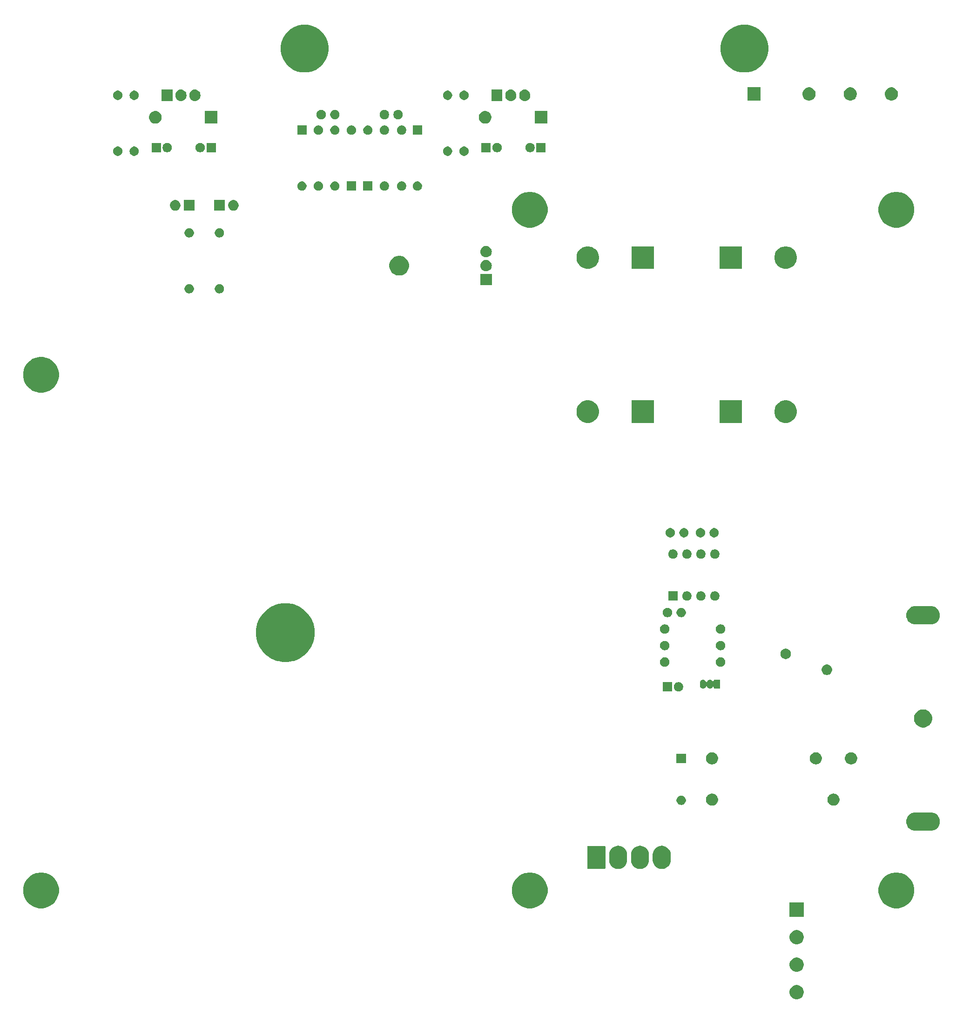
<source format=gbr>
G04 #@! TF.GenerationSoftware,KiCad,Pcbnew,5.1.6*
G04 #@! TF.CreationDate,2020-07-29T11:54:06+02:00*
G04 #@! TF.ProjectId,Power supply,506f7765-7220-4737-9570-706c792e6b69,rev?*
G04 #@! TF.SameCoordinates,Original*
G04 #@! TF.FileFunction,Soldermask,Bot*
G04 #@! TF.FilePolarity,Negative*
%FSLAX46Y46*%
G04 Gerber Fmt 4.6, Leading zero omitted, Abs format (unit mm)*
G04 Created by KiCad (PCBNEW 5.1.6) date 2020-07-29 11:54:06*
%MOMM*%
%LPD*%
G01*
G04 APERTURE LIST*
%ADD10C,0.100000*%
G04 APERTURE END LIST*
D10*
G36*
X170379487Y-274248996D02*
G01*
X170616253Y-274347068D01*
X170616255Y-274347069D01*
X170829339Y-274489447D01*
X171010553Y-274670661D01*
X171152932Y-274883747D01*
X171251004Y-275120513D01*
X171301000Y-275371861D01*
X171301000Y-275628139D01*
X171251004Y-275879487D01*
X171152932Y-276116253D01*
X171152931Y-276116255D01*
X171010553Y-276329339D01*
X170829339Y-276510553D01*
X170616255Y-276652931D01*
X170616254Y-276652932D01*
X170616253Y-276652932D01*
X170379487Y-276751004D01*
X170128139Y-276801000D01*
X169871861Y-276801000D01*
X169620513Y-276751004D01*
X169383747Y-276652932D01*
X169383746Y-276652932D01*
X169383745Y-276652931D01*
X169170661Y-276510553D01*
X168989447Y-276329339D01*
X168847069Y-276116255D01*
X168847068Y-276116253D01*
X168748996Y-275879487D01*
X168699000Y-275628139D01*
X168699000Y-275371861D01*
X168748996Y-275120513D01*
X168847068Y-274883747D01*
X168989447Y-274670661D01*
X169170661Y-274489447D01*
X169383745Y-274347069D01*
X169383747Y-274347068D01*
X169620513Y-274248996D01*
X169871861Y-274199000D01*
X170128139Y-274199000D01*
X170379487Y-274248996D01*
G37*
G36*
X170379487Y-269248996D02*
G01*
X170616253Y-269347068D01*
X170616255Y-269347069D01*
X170829339Y-269489447D01*
X171010553Y-269670661D01*
X171152932Y-269883747D01*
X171251004Y-270120513D01*
X171301000Y-270371861D01*
X171301000Y-270628139D01*
X171251004Y-270879487D01*
X171152932Y-271116253D01*
X171152931Y-271116255D01*
X171010553Y-271329339D01*
X170829339Y-271510553D01*
X170616255Y-271652931D01*
X170616254Y-271652932D01*
X170616253Y-271652932D01*
X170379487Y-271751004D01*
X170128139Y-271801000D01*
X169871861Y-271801000D01*
X169620513Y-271751004D01*
X169383747Y-271652932D01*
X169383746Y-271652932D01*
X169383745Y-271652931D01*
X169170661Y-271510553D01*
X168989447Y-271329339D01*
X168847069Y-271116255D01*
X168847068Y-271116253D01*
X168748996Y-270879487D01*
X168699000Y-270628139D01*
X168699000Y-270371861D01*
X168748996Y-270120513D01*
X168847068Y-269883747D01*
X168989447Y-269670661D01*
X169170661Y-269489447D01*
X169383745Y-269347069D01*
X169383747Y-269347068D01*
X169620513Y-269248996D01*
X169871861Y-269199000D01*
X170128139Y-269199000D01*
X170379487Y-269248996D01*
G37*
G36*
X170379487Y-264248996D02*
G01*
X170616253Y-264347068D01*
X170616255Y-264347069D01*
X170829339Y-264489447D01*
X171010553Y-264670661D01*
X171152932Y-264883747D01*
X171251004Y-265120513D01*
X171301000Y-265371861D01*
X171301000Y-265628139D01*
X171251004Y-265879487D01*
X171152932Y-266116253D01*
X171152931Y-266116255D01*
X171010553Y-266329339D01*
X170829339Y-266510553D01*
X170616255Y-266652931D01*
X170616254Y-266652932D01*
X170616253Y-266652932D01*
X170379487Y-266751004D01*
X170128139Y-266801000D01*
X169871861Y-266801000D01*
X169620513Y-266751004D01*
X169383747Y-266652932D01*
X169383746Y-266652932D01*
X169383745Y-266652931D01*
X169170661Y-266510553D01*
X168989447Y-266329339D01*
X168847069Y-266116255D01*
X168847068Y-266116253D01*
X168748996Y-265879487D01*
X168699000Y-265628139D01*
X168699000Y-265371861D01*
X168748996Y-265120513D01*
X168847068Y-264883747D01*
X168989447Y-264670661D01*
X169170661Y-264489447D01*
X169383745Y-264347069D01*
X169383747Y-264347068D01*
X169620513Y-264248996D01*
X169871861Y-264199000D01*
X170128139Y-264199000D01*
X170379487Y-264248996D01*
G37*
G36*
X171301000Y-261801000D02*
G01*
X168699000Y-261801000D01*
X168699000Y-259199000D01*
X171301000Y-259199000D01*
X171301000Y-261801000D01*
G37*
G36*
X122094239Y-253811467D02*
G01*
X122408282Y-253873934D01*
X122999926Y-254119001D01*
X123532392Y-254474784D01*
X123985216Y-254927608D01*
X124340999Y-255460074D01*
X124586066Y-256051718D01*
X124711000Y-256679804D01*
X124711000Y-257320196D01*
X124586066Y-257948282D01*
X124340999Y-258539926D01*
X123985216Y-259072392D01*
X123532392Y-259525216D01*
X122999926Y-259880999D01*
X122408282Y-260126066D01*
X122094239Y-260188533D01*
X121780197Y-260251000D01*
X121139803Y-260251000D01*
X120825761Y-260188533D01*
X120511718Y-260126066D01*
X119920074Y-259880999D01*
X119387608Y-259525216D01*
X118934784Y-259072392D01*
X118579001Y-258539926D01*
X118333934Y-257948282D01*
X118209000Y-257320196D01*
X118209000Y-256679804D01*
X118333934Y-256051718D01*
X118579001Y-255460074D01*
X118934784Y-254927608D01*
X119387608Y-254474784D01*
X119920074Y-254119001D01*
X120511718Y-253873934D01*
X120825761Y-253811467D01*
X121139803Y-253749000D01*
X121780197Y-253749000D01*
X122094239Y-253811467D01*
G37*
G36*
X33194239Y-253811467D02*
G01*
X33508282Y-253873934D01*
X34099926Y-254119001D01*
X34632392Y-254474784D01*
X35085216Y-254927608D01*
X35440999Y-255460074D01*
X35686066Y-256051718D01*
X35811000Y-256679804D01*
X35811000Y-257320196D01*
X35686066Y-257948282D01*
X35440999Y-258539926D01*
X35085216Y-259072392D01*
X34632392Y-259525216D01*
X34099926Y-259880999D01*
X33508282Y-260126066D01*
X33194239Y-260188533D01*
X32880197Y-260251000D01*
X32239803Y-260251000D01*
X31925761Y-260188533D01*
X31611718Y-260126066D01*
X31020074Y-259880999D01*
X30487608Y-259525216D01*
X30034784Y-259072392D01*
X29679001Y-258539926D01*
X29433934Y-257948282D01*
X29309000Y-257320196D01*
X29309000Y-256679804D01*
X29433934Y-256051718D01*
X29679001Y-255460074D01*
X30034784Y-254927608D01*
X30487608Y-254474784D01*
X31020074Y-254119001D01*
X31611718Y-253873934D01*
X31925761Y-253811467D01*
X32239803Y-253749000D01*
X32880197Y-253749000D01*
X33194239Y-253811467D01*
G37*
G36*
X188774239Y-253811467D02*
G01*
X189088282Y-253873934D01*
X189679926Y-254119001D01*
X190212392Y-254474784D01*
X190665216Y-254927608D01*
X191020999Y-255460074D01*
X191266066Y-256051718D01*
X191391000Y-256679804D01*
X191391000Y-257320196D01*
X191266066Y-257948282D01*
X191020999Y-258539926D01*
X190665216Y-259072392D01*
X190212392Y-259525216D01*
X189679926Y-259880999D01*
X189088282Y-260126066D01*
X188774239Y-260188533D01*
X188460197Y-260251000D01*
X187819803Y-260251000D01*
X187505761Y-260188533D01*
X187191718Y-260126066D01*
X186600074Y-259880999D01*
X186067608Y-259525216D01*
X185614784Y-259072392D01*
X185259001Y-258539926D01*
X185013934Y-257948282D01*
X184889000Y-257320196D01*
X184889000Y-256679804D01*
X185013934Y-256051718D01*
X185259001Y-255460074D01*
X185614784Y-254927608D01*
X186067608Y-254474784D01*
X186600074Y-254119001D01*
X187191718Y-253873934D01*
X187505761Y-253811467D01*
X187819803Y-253749000D01*
X188460197Y-253749000D01*
X188774239Y-253811467D01*
G37*
G36*
X141819729Y-248922599D02*
G01*
X142127178Y-249015863D01*
X142410514Y-249167309D01*
X142410517Y-249167311D01*
X142410518Y-249167312D01*
X142658871Y-249371129D01*
X142658873Y-249371132D01*
X142862689Y-249619482D01*
X143014137Y-249902821D01*
X143107401Y-250210270D01*
X143131000Y-250449878D01*
X143131000Y-251550121D01*
X143107401Y-251789730D01*
X143014137Y-252097179D01*
X142862689Y-252380518D01*
X142658871Y-252628871D01*
X142410518Y-252832689D01*
X142127179Y-252984137D01*
X141819730Y-253077401D01*
X141500000Y-253108891D01*
X141180271Y-253077401D01*
X140872822Y-252984137D01*
X140589483Y-252832689D01*
X140341130Y-252628871D01*
X140137312Y-252380519D01*
X140066180Y-252247441D01*
X139985863Y-252097179D01*
X139892599Y-251789730D01*
X139869000Y-251550122D01*
X139869000Y-250449879D01*
X139892599Y-250210271D01*
X139985863Y-249902822D01*
X140137309Y-249619486D01*
X140137313Y-249619481D01*
X140341129Y-249371129D01*
X140589481Y-249167312D01*
X140589480Y-249167312D01*
X140589482Y-249167311D01*
X140872821Y-249015863D01*
X141180270Y-248922599D01*
X141500000Y-248891109D01*
X141819729Y-248922599D01*
G37*
G36*
X137859729Y-248922599D02*
G01*
X138167178Y-249015863D01*
X138450514Y-249167309D01*
X138450517Y-249167311D01*
X138450518Y-249167312D01*
X138698871Y-249371129D01*
X138698873Y-249371132D01*
X138902689Y-249619482D01*
X139054137Y-249902821D01*
X139147401Y-250210270D01*
X139171000Y-250449878D01*
X139171000Y-251550121D01*
X139147401Y-251789730D01*
X139054137Y-252097179D01*
X138902689Y-252380518D01*
X138698871Y-252628871D01*
X138450518Y-252832689D01*
X138167179Y-252984137D01*
X137859730Y-253077401D01*
X137540000Y-253108891D01*
X137220271Y-253077401D01*
X136912822Y-252984137D01*
X136629483Y-252832689D01*
X136381130Y-252628871D01*
X136177312Y-252380519D01*
X136106180Y-252247441D01*
X136025863Y-252097179D01*
X135932599Y-251789730D01*
X135909000Y-251550122D01*
X135909000Y-250449879D01*
X135932599Y-250210271D01*
X136025863Y-249902822D01*
X136177309Y-249619486D01*
X136177313Y-249619481D01*
X136381129Y-249371129D01*
X136629481Y-249167312D01*
X136629480Y-249167312D01*
X136629482Y-249167311D01*
X136912821Y-249015863D01*
X137220270Y-248922599D01*
X137540000Y-248891109D01*
X137859729Y-248922599D01*
G37*
G36*
X145779729Y-248922599D02*
G01*
X146087178Y-249015863D01*
X146370514Y-249167309D01*
X146370517Y-249167311D01*
X146370518Y-249167312D01*
X146618871Y-249371129D01*
X146618873Y-249371132D01*
X146822689Y-249619482D01*
X146974137Y-249902821D01*
X147067401Y-250210270D01*
X147091000Y-250449878D01*
X147091000Y-251550121D01*
X147067401Y-251789730D01*
X146974137Y-252097179D01*
X146822689Y-252380518D01*
X146618871Y-252628871D01*
X146370518Y-252832689D01*
X146087179Y-252984137D01*
X145779730Y-253077401D01*
X145460000Y-253108891D01*
X145140271Y-253077401D01*
X144832822Y-252984137D01*
X144549483Y-252832689D01*
X144301130Y-252628871D01*
X144097312Y-252380519D01*
X144026180Y-252247441D01*
X143945863Y-252097179D01*
X143852599Y-251789730D01*
X143829000Y-251550122D01*
X143829000Y-250449879D01*
X143852599Y-250210271D01*
X143945863Y-249902822D01*
X144097309Y-249619486D01*
X144097313Y-249619481D01*
X144301129Y-249371129D01*
X144549481Y-249167312D01*
X144549480Y-249167312D01*
X144549482Y-249167311D01*
X144832821Y-249015863D01*
X145140270Y-248922599D01*
X145460000Y-248891109D01*
X145779729Y-248922599D01*
G37*
G36*
X135087850Y-248902530D02*
G01*
X135116413Y-248911194D01*
X135142734Y-248925263D01*
X135165804Y-248944196D01*
X135184737Y-248967266D01*
X135198806Y-248993587D01*
X135207470Y-249022150D01*
X135211000Y-249057990D01*
X135211000Y-252942010D01*
X135207470Y-252977850D01*
X135198806Y-253006413D01*
X135184737Y-253032734D01*
X135165804Y-253055804D01*
X135142734Y-253074737D01*
X135116413Y-253088806D01*
X135087850Y-253097470D01*
X135052010Y-253101000D01*
X132107990Y-253101000D01*
X132072150Y-253097470D01*
X132043587Y-253088806D01*
X132017266Y-253074737D01*
X131994196Y-253055804D01*
X131975263Y-253032734D01*
X131961194Y-253006413D01*
X131952530Y-252977850D01*
X131949000Y-252942010D01*
X131949000Y-249057990D01*
X131952530Y-249022150D01*
X131961194Y-248993587D01*
X131975263Y-248967266D01*
X131994196Y-248944196D01*
X132017266Y-248925263D01*
X132043587Y-248911194D01*
X132072150Y-248902530D01*
X132107990Y-248899000D01*
X135052010Y-248899000D01*
X135087850Y-248902530D01*
G37*
G36*
X194703551Y-242848250D02*
G01*
X194861517Y-242896168D01*
X195019481Y-242944086D01*
X195019483Y-242944087D01*
X195310640Y-243099714D01*
X195565845Y-243309155D01*
X195775286Y-243564360D01*
X195930913Y-243855517D01*
X196026750Y-244171449D01*
X196059109Y-244500000D01*
X196026750Y-244828551D01*
X195930913Y-245144483D01*
X195775286Y-245435640D01*
X195565845Y-245690845D01*
X195310640Y-245900286D01*
X195019483Y-246055913D01*
X195019481Y-246055914D01*
X194861517Y-246103831D01*
X194703551Y-246151750D01*
X194457335Y-246176000D01*
X191542665Y-246176000D01*
X191296449Y-246151750D01*
X191138483Y-246103831D01*
X190980519Y-246055914D01*
X190980517Y-246055913D01*
X190689360Y-245900286D01*
X190434155Y-245690845D01*
X190224714Y-245435640D01*
X190069087Y-245144483D01*
X189973250Y-244828551D01*
X189940891Y-244500000D01*
X189973250Y-244171449D01*
X190069087Y-243855517D01*
X190224714Y-243564360D01*
X190434155Y-243309155D01*
X190689360Y-243099714D01*
X190980517Y-242944087D01*
X190980519Y-242944086D01*
X191138483Y-242896168D01*
X191296449Y-242848250D01*
X191542665Y-242824000D01*
X194457335Y-242824000D01*
X194703551Y-242848250D01*
G37*
G36*
X154814795Y-239420156D02*
G01*
X154921150Y-239441311D01*
X155021334Y-239482809D01*
X155121520Y-239524307D01*
X155301844Y-239644795D01*
X155455205Y-239798156D01*
X155575693Y-239978480D01*
X155575693Y-239978481D01*
X155658689Y-240178850D01*
X155701000Y-240391561D01*
X155701000Y-240608439D01*
X155658689Y-240821150D01*
X155639188Y-240868229D01*
X155575693Y-241021520D01*
X155455205Y-241201844D01*
X155301844Y-241355205D01*
X155121520Y-241475693D01*
X154921150Y-241558689D01*
X154814795Y-241579844D01*
X154708440Y-241601000D01*
X154491560Y-241601000D01*
X154385205Y-241579844D01*
X154278850Y-241558689D01*
X154078480Y-241475693D01*
X153898156Y-241355205D01*
X153744795Y-241201844D01*
X153624307Y-241021520D01*
X153560812Y-240868229D01*
X153541311Y-240821150D01*
X153499000Y-240608439D01*
X153499000Y-240391561D01*
X153541311Y-240178850D01*
X153624307Y-239978481D01*
X153624307Y-239978480D01*
X153744795Y-239798156D01*
X153898156Y-239644795D01*
X154078480Y-239524307D01*
X154178666Y-239482809D01*
X154278850Y-239441311D01*
X154385205Y-239420156D01*
X154491560Y-239399000D01*
X154708440Y-239399000D01*
X154814795Y-239420156D01*
G37*
G36*
X176914795Y-239420156D02*
G01*
X177021150Y-239441311D01*
X177121334Y-239482809D01*
X177221520Y-239524307D01*
X177401844Y-239644795D01*
X177555205Y-239798156D01*
X177675693Y-239978480D01*
X177675693Y-239978481D01*
X177758689Y-240178850D01*
X177801000Y-240391561D01*
X177801000Y-240608439D01*
X177758689Y-240821150D01*
X177739188Y-240868229D01*
X177675693Y-241021520D01*
X177555205Y-241201844D01*
X177401844Y-241355205D01*
X177221520Y-241475693D01*
X177021150Y-241558689D01*
X176914795Y-241579844D01*
X176808440Y-241601000D01*
X176591560Y-241601000D01*
X176485205Y-241579844D01*
X176378850Y-241558689D01*
X176178480Y-241475693D01*
X175998156Y-241355205D01*
X175844795Y-241201844D01*
X175724307Y-241021520D01*
X175660812Y-240868229D01*
X175641311Y-240821150D01*
X175599000Y-240608439D01*
X175599000Y-240391561D01*
X175641311Y-240178850D01*
X175724307Y-239978481D01*
X175724307Y-239978480D01*
X175844795Y-239798156D01*
X175998156Y-239644795D01*
X176178480Y-239524307D01*
X176278666Y-239482809D01*
X176378850Y-239441311D01*
X176485205Y-239420156D01*
X176591560Y-239399000D01*
X176808440Y-239399000D01*
X176914795Y-239420156D01*
G37*
G36*
X149248228Y-239801703D02*
G01*
X149403100Y-239865853D01*
X149542481Y-239958985D01*
X149661015Y-240077519D01*
X149754147Y-240216900D01*
X149818297Y-240371772D01*
X149851000Y-240536184D01*
X149851000Y-240703816D01*
X149818297Y-240868228D01*
X149754147Y-241023100D01*
X149661015Y-241162481D01*
X149542481Y-241281015D01*
X149403100Y-241374147D01*
X149248228Y-241438297D01*
X149083816Y-241471000D01*
X148916184Y-241471000D01*
X148751772Y-241438297D01*
X148596900Y-241374147D01*
X148457519Y-241281015D01*
X148338985Y-241162481D01*
X148245853Y-241023100D01*
X148181703Y-240868228D01*
X148149000Y-240703816D01*
X148149000Y-240536184D01*
X148181703Y-240371772D01*
X148245853Y-240216900D01*
X148338985Y-240077519D01*
X148457519Y-239958985D01*
X148596900Y-239865853D01*
X148751772Y-239801703D01*
X148916184Y-239769000D01*
X149083816Y-239769000D01*
X149248228Y-239801703D01*
G37*
G36*
X154814795Y-231920156D02*
G01*
X154921150Y-231941311D01*
X155121520Y-232024307D01*
X155301844Y-232144795D01*
X155455205Y-232298156D01*
X155575693Y-232478480D01*
X155658689Y-232678851D01*
X155701000Y-232891560D01*
X155701000Y-233108440D01*
X155658689Y-233321149D01*
X155575693Y-233521520D01*
X155455205Y-233701844D01*
X155301844Y-233855205D01*
X155121520Y-233975693D01*
X155021334Y-234017191D01*
X154921150Y-234058689D01*
X154814794Y-234079845D01*
X154708440Y-234101000D01*
X154491560Y-234101000D01*
X154385206Y-234079845D01*
X154278850Y-234058689D01*
X154178666Y-234017191D01*
X154078480Y-233975693D01*
X153898156Y-233855205D01*
X153744795Y-233701844D01*
X153624307Y-233521520D01*
X153541311Y-233321149D01*
X153499000Y-233108440D01*
X153499000Y-232891560D01*
X153541311Y-232678851D01*
X153624307Y-232478480D01*
X153744795Y-232298156D01*
X153898156Y-232144795D01*
X154078480Y-232024307D01*
X154278850Y-231941311D01*
X154385205Y-231920156D01*
X154491560Y-231899000D01*
X154708440Y-231899000D01*
X154814795Y-231920156D01*
G37*
G36*
X180114795Y-231920156D02*
G01*
X180221150Y-231941311D01*
X180421520Y-232024307D01*
X180601844Y-232144795D01*
X180755205Y-232298156D01*
X180875693Y-232478480D01*
X180958689Y-232678851D01*
X181001000Y-232891560D01*
X181001000Y-233108440D01*
X180958689Y-233321149D01*
X180875693Y-233521520D01*
X180755205Y-233701844D01*
X180601844Y-233855205D01*
X180421520Y-233975693D01*
X180321334Y-234017191D01*
X180221150Y-234058689D01*
X180114794Y-234079845D01*
X180008440Y-234101000D01*
X179791560Y-234101000D01*
X179685206Y-234079845D01*
X179578850Y-234058689D01*
X179478666Y-234017191D01*
X179378480Y-233975693D01*
X179198156Y-233855205D01*
X179044795Y-233701844D01*
X178924307Y-233521520D01*
X178841311Y-233321149D01*
X178799000Y-233108440D01*
X178799000Y-232891560D01*
X178841311Y-232678851D01*
X178924307Y-232478480D01*
X179044795Y-232298156D01*
X179198156Y-232144795D01*
X179378480Y-232024307D01*
X179578850Y-231941311D01*
X179685205Y-231920156D01*
X179791560Y-231899000D01*
X180008440Y-231899000D01*
X180114795Y-231920156D01*
G37*
G36*
X173714795Y-231920156D02*
G01*
X173821150Y-231941311D01*
X174021520Y-232024307D01*
X174201844Y-232144795D01*
X174355205Y-232298156D01*
X174475693Y-232478480D01*
X174558689Y-232678851D01*
X174601000Y-232891560D01*
X174601000Y-233108440D01*
X174558689Y-233321149D01*
X174475693Y-233521520D01*
X174355205Y-233701844D01*
X174201844Y-233855205D01*
X174021520Y-233975693D01*
X173921334Y-234017191D01*
X173821150Y-234058689D01*
X173714794Y-234079845D01*
X173608440Y-234101000D01*
X173391560Y-234101000D01*
X173285206Y-234079845D01*
X173178850Y-234058689D01*
X173078666Y-234017191D01*
X172978480Y-233975693D01*
X172798156Y-233855205D01*
X172644795Y-233701844D01*
X172524307Y-233521520D01*
X172441311Y-233321149D01*
X172399000Y-233108440D01*
X172399000Y-232891560D01*
X172441311Y-232678851D01*
X172524307Y-232478480D01*
X172644795Y-232298156D01*
X172798156Y-232144795D01*
X172978480Y-232024307D01*
X173178850Y-231941311D01*
X173285205Y-231920156D01*
X173391560Y-231899000D01*
X173608440Y-231899000D01*
X173714795Y-231920156D01*
G37*
G36*
X149851000Y-233851000D02*
G01*
X148149000Y-233851000D01*
X148149000Y-232149000D01*
X149851000Y-232149000D01*
X149851000Y-233851000D01*
G37*
G36*
X193375256Y-224141298D02*
G01*
X193481579Y-224162447D01*
X193782042Y-224286903D01*
X194052451Y-224467585D01*
X194282415Y-224697549D01*
X194463097Y-224967958D01*
X194587553Y-225268421D01*
X194651000Y-225587391D01*
X194651000Y-225912609D01*
X194587553Y-226231579D01*
X194463097Y-226532042D01*
X194282415Y-226802451D01*
X194052451Y-227032415D01*
X193782042Y-227213097D01*
X193481579Y-227337553D01*
X193375256Y-227358702D01*
X193162611Y-227401000D01*
X192837389Y-227401000D01*
X192624744Y-227358702D01*
X192518421Y-227337553D01*
X192217958Y-227213097D01*
X191947549Y-227032415D01*
X191717585Y-226802451D01*
X191536903Y-226532042D01*
X191412447Y-226231579D01*
X191349000Y-225912609D01*
X191349000Y-225587391D01*
X191412447Y-225268421D01*
X191536903Y-224967958D01*
X191717585Y-224697549D01*
X191947549Y-224467585D01*
X192217958Y-224286903D01*
X192518421Y-224162447D01*
X192624744Y-224141298D01*
X192837389Y-224099000D01*
X193162611Y-224099000D01*
X193375256Y-224141298D01*
G37*
G36*
X147351000Y-220851000D02*
G01*
X145649000Y-220851000D01*
X145649000Y-219149000D01*
X147351000Y-219149000D01*
X147351000Y-220851000D01*
G37*
G36*
X148748228Y-219181703D02*
G01*
X148903100Y-219245853D01*
X149042481Y-219338985D01*
X149161015Y-219457519D01*
X149254147Y-219596900D01*
X149318297Y-219751772D01*
X149351000Y-219916184D01*
X149351000Y-220083816D01*
X149318297Y-220248228D01*
X149254147Y-220403100D01*
X149161015Y-220542481D01*
X149042481Y-220661015D01*
X148903100Y-220754147D01*
X148748228Y-220818297D01*
X148583816Y-220851000D01*
X148416184Y-220851000D01*
X148251772Y-220818297D01*
X148096900Y-220754147D01*
X147957519Y-220661015D01*
X147838985Y-220542481D01*
X147745853Y-220403100D01*
X147681703Y-220248228D01*
X147649000Y-220083816D01*
X147649000Y-219916184D01*
X147681703Y-219751772D01*
X147745853Y-219596900D01*
X147838985Y-219457519D01*
X147957519Y-219338985D01*
X148096900Y-219245853D01*
X148251772Y-219181703D01*
X148416184Y-219149000D01*
X148583816Y-219149000D01*
X148748228Y-219181703D01*
G37*
G36*
X154342916Y-218707334D02*
G01*
X154451492Y-218740271D01*
X154451495Y-218740272D01*
X154487601Y-218759571D01*
X154551557Y-218793756D01*
X154639264Y-218865736D01*
X154702383Y-218942646D01*
X154719702Y-218959965D01*
X154740077Y-218973579D01*
X154762716Y-218982957D01*
X154786749Y-218987737D01*
X154811253Y-218987737D01*
X154835286Y-218982957D01*
X154857925Y-218973579D01*
X154878299Y-218959966D01*
X154895626Y-218942639D01*
X154909240Y-218922264D01*
X154918618Y-218899625D01*
X154923398Y-218875592D01*
X154924000Y-218863340D01*
X154924000Y-218699000D01*
X156076000Y-218699000D01*
X156076000Y-220301000D01*
X154924000Y-220301000D01*
X154924000Y-220136660D01*
X154921598Y-220112274D01*
X154914485Y-220088825D01*
X154902934Y-220067214D01*
X154887389Y-220048272D01*
X154868447Y-220032727D01*
X154846836Y-220021176D01*
X154823387Y-220014063D01*
X154799001Y-220011661D01*
X154774615Y-220014063D01*
X154751166Y-220021176D01*
X154729555Y-220032727D01*
X154702381Y-220057356D01*
X154639264Y-220134264D01*
X154551556Y-220206244D01*
X154487600Y-220240429D01*
X154451494Y-220259728D01*
X154451491Y-220259729D01*
X154342915Y-220292666D01*
X154230000Y-220303787D01*
X154117084Y-220292666D01*
X154008508Y-220259729D01*
X154008505Y-220259728D01*
X153972399Y-220240429D01*
X153908443Y-220206244D01*
X153820736Y-220134264D01*
X153748756Y-220046556D01*
X153705239Y-219965140D01*
X153691625Y-219944766D01*
X153674298Y-219927439D01*
X153653924Y-219913825D01*
X153631285Y-219904448D01*
X153607251Y-219899668D01*
X153582747Y-219899668D01*
X153558714Y-219904449D01*
X153536075Y-219913826D01*
X153515701Y-219927440D01*
X153498374Y-219944767D01*
X153484762Y-219965140D01*
X153441244Y-220046557D01*
X153369264Y-220134264D01*
X153281556Y-220206244D01*
X153217600Y-220240429D01*
X153181494Y-220259728D01*
X153181491Y-220259729D01*
X153072915Y-220292666D01*
X152960000Y-220303787D01*
X152847084Y-220292666D01*
X152738508Y-220259729D01*
X152738505Y-220259728D01*
X152702399Y-220240429D01*
X152638443Y-220206244D01*
X152550736Y-220134264D01*
X152478756Y-220046556D01*
X152435239Y-219965140D01*
X152425272Y-219946494D01*
X152419492Y-219927440D01*
X152392334Y-219837915D01*
X152384000Y-219753297D01*
X152384000Y-219246702D01*
X152392334Y-219162084D01*
X152425271Y-219053508D01*
X152425272Y-219053505D01*
X152478756Y-218953445D01*
X152478757Y-218953443D01*
X152550737Y-218865736D01*
X152638444Y-218793756D01*
X152702400Y-218759571D01*
X152738506Y-218740272D01*
X152738509Y-218740271D01*
X152847085Y-218707334D01*
X152960000Y-218696213D01*
X153072916Y-218707334D01*
X153181492Y-218740271D01*
X153181495Y-218740272D01*
X153217601Y-218759571D01*
X153281557Y-218793756D01*
X153369264Y-218865736D01*
X153441244Y-218953443D01*
X153457019Y-218982957D01*
X153484761Y-219034859D01*
X153498375Y-219055234D01*
X153515702Y-219072561D01*
X153536076Y-219086174D01*
X153558715Y-219095552D01*
X153582748Y-219100332D01*
X153607252Y-219100332D01*
X153631285Y-219095552D01*
X153653924Y-219086174D01*
X153674299Y-219072560D01*
X153691626Y-219055233D01*
X153705239Y-219034859D01*
X153748756Y-218953445D01*
X153748757Y-218953443D01*
X153820737Y-218865736D01*
X153908444Y-218793756D01*
X153972400Y-218759571D01*
X154008506Y-218740272D01*
X154008509Y-218740271D01*
X154117085Y-218707334D01*
X154230000Y-218696213D01*
X154342916Y-218707334D01*
G37*
G36*
X175777395Y-215985546D02*
G01*
X175950466Y-216057234D01*
X175950467Y-216057235D01*
X176106227Y-216161310D01*
X176238690Y-216293773D01*
X176238691Y-216293775D01*
X176342766Y-216449534D01*
X176414454Y-216622605D01*
X176451000Y-216806333D01*
X176451000Y-216993667D01*
X176414454Y-217177395D01*
X176342766Y-217350466D01*
X176342765Y-217350467D01*
X176238690Y-217506227D01*
X176106227Y-217638690D01*
X176027818Y-217691081D01*
X175950466Y-217742766D01*
X175777395Y-217814454D01*
X175593667Y-217851000D01*
X175406333Y-217851000D01*
X175222605Y-217814454D01*
X175049534Y-217742766D01*
X174972182Y-217691081D01*
X174893773Y-217638690D01*
X174761310Y-217506227D01*
X174657235Y-217350467D01*
X174657234Y-217350466D01*
X174585546Y-217177395D01*
X174549000Y-216993667D01*
X174549000Y-216806333D01*
X174585546Y-216622605D01*
X174657234Y-216449534D01*
X174761309Y-216293775D01*
X174761310Y-216293773D01*
X174893773Y-216161310D01*
X175049533Y-216057235D01*
X175049534Y-216057234D01*
X175222605Y-215985546D01*
X175406333Y-215949000D01*
X175593667Y-215949000D01*
X175777395Y-215985546D01*
G37*
G36*
X146248228Y-214681703D02*
G01*
X146403100Y-214745853D01*
X146542481Y-214838985D01*
X146661015Y-214957519D01*
X146754147Y-215096900D01*
X146818297Y-215251772D01*
X146851000Y-215416184D01*
X146851000Y-215583816D01*
X146818297Y-215748228D01*
X146754147Y-215903100D01*
X146661015Y-216042481D01*
X146542481Y-216161015D01*
X146403100Y-216254147D01*
X146248228Y-216318297D01*
X146083816Y-216351000D01*
X145916184Y-216351000D01*
X145751772Y-216318297D01*
X145596900Y-216254147D01*
X145457519Y-216161015D01*
X145338985Y-216042481D01*
X145245853Y-215903100D01*
X145181703Y-215748228D01*
X145149000Y-215583816D01*
X145149000Y-215416184D01*
X145181703Y-215251772D01*
X145245853Y-215096900D01*
X145338985Y-214957519D01*
X145457519Y-214838985D01*
X145596900Y-214745853D01*
X145751772Y-214681703D01*
X145916184Y-214649000D01*
X146083816Y-214649000D01*
X146248228Y-214681703D01*
G37*
G36*
X156408228Y-214681703D02*
G01*
X156563100Y-214745853D01*
X156702481Y-214838985D01*
X156821015Y-214957519D01*
X156914147Y-215096900D01*
X156978297Y-215251772D01*
X157011000Y-215416184D01*
X157011000Y-215583816D01*
X156978297Y-215748228D01*
X156914147Y-215903100D01*
X156821015Y-216042481D01*
X156702481Y-216161015D01*
X156563100Y-216254147D01*
X156408228Y-216318297D01*
X156243816Y-216351000D01*
X156076184Y-216351000D01*
X155911772Y-216318297D01*
X155756900Y-216254147D01*
X155617519Y-216161015D01*
X155498985Y-216042481D01*
X155405853Y-215903100D01*
X155341703Y-215748228D01*
X155309000Y-215583816D01*
X155309000Y-215416184D01*
X155341703Y-215251772D01*
X155405853Y-215096900D01*
X155498985Y-214957519D01*
X155617519Y-214838985D01*
X155756900Y-214745853D01*
X155911772Y-214681703D01*
X156076184Y-214649000D01*
X156243816Y-214649000D01*
X156408228Y-214681703D01*
G37*
G36*
X78216228Y-204936091D02*
G01*
X78560829Y-205004636D01*
X79534649Y-205408005D01*
X80411064Y-205993607D01*
X81156393Y-206738936D01*
X81741995Y-207615351D01*
X82145364Y-208589171D01*
X82157812Y-208651750D01*
X82343212Y-209583816D01*
X82351000Y-209622973D01*
X82351000Y-210677027D01*
X82145364Y-211710829D01*
X81741995Y-212684649D01*
X81156393Y-213561064D01*
X80411064Y-214306393D01*
X79534649Y-214891995D01*
X78560829Y-215295364D01*
X78216228Y-215363909D01*
X77527029Y-215501000D01*
X76472971Y-215501000D01*
X75783772Y-215363909D01*
X75439171Y-215295364D01*
X74465351Y-214891995D01*
X73588936Y-214306393D01*
X72843607Y-213561064D01*
X72258005Y-212684649D01*
X71854636Y-211710829D01*
X71649000Y-210677027D01*
X71649000Y-209622973D01*
X71656789Y-209583816D01*
X71842188Y-208651750D01*
X71854636Y-208589171D01*
X72258005Y-207615351D01*
X72843607Y-206738936D01*
X73588936Y-205993607D01*
X74465351Y-205408005D01*
X75439171Y-205004636D01*
X75783772Y-204936091D01*
X76472971Y-204799000D01*
X77527029Y-204799000D01*
X78216228Y-204936091D01*
G37*
G36*
X168277395Y-213085546D02*
G01*
X168450466Y-213157234D01*
X168527818Y-213208919D01*
X168606227Y-213261310D01*
X168738690Y-213393773D01*
X168738691Y-213393775D01*
X168842766Y-213549534D01*
X168914454Y-213722605D01*
X168951000Y-213906333D01*
X168951000Y-214093667D01*
X168914454Y-214277395D01*
X168842766Y-214450466D01*
X168842765Y-214450467D01*
X168738690Y-214606227D01*
X168606227Y-214738690D01*
X168527818Y-214791081D01*
X168450466Y-214842766D01*
X168277395Y-214914454D01*
X168093667Y-214951000D01*
X167906333Y-214951000D01*
X167722605Y-214914454D01*
X167549534Y-214842766D01*
X167472182Y-214791081D01*
X167393773Y-214738690D01*
X167261310Y-214606227D01*
X167157235Y-214450467D01*
X167157234Y-214450466D01*
X167085546Y-214277395D01*
X167049000Y-214093667D01*
X167049000Y-213906333D01*
X167085546Y-213722605D01*
X167157234Y-213549534D01*
X167261309Y-213393775D01*
X167261310Y-213393773D01*
X167393773Y-213261310D01*
X167472182Y-213208919D01*
X167549534Y-213157234D01*
X167722605Y-213085546D01*
X167906333Y-213049000D01*
X168093667Y-213049000D01*
X168277395Y-213085546D01*
G37*
G36*
X156408228Y-211681703D02*
G01*
X156563100Y-211745853D01*
X156702481Y-211838985D01*
X156821015Y-211957519D01*
X156914147Y-212096900D01*
X156978297Y-212251772D01*
X157011000Y-212416184D01*
X157011000Y-212583816D01*
X156978297Y-212748228D01*
X156914147Y-212903100D01*
X156821015Y-213042481D01*
X156702481Y-213161015D01*
X156563100Y-213254147D01*
X156408228Y-213318297D01*
X156243816Y-213351000D01*
X156076184Y-213351000D01*
X155911772Y-213318297D01*
X155756900Y-213254147D01*
X155617519Y-213161015D01*
X155498985Y-213042481D01*
X155405853Y-212903100D01*
X155341703Y-212748228D01*
X155309000Y-212583816D01*
X155309000Y-212416184D01*
X155341703Y-212251772D01*
X155405853Y-212096900D01*
X155498985Y-211957519D01*
X155617519Y-211838985D01*
X155756900Y-211745853D01*
X155911772Y-211681703D01*
X156076184Y-211649000D01*
X156243816Y-211649000D01*
X156408228Y-211681703D01*
G37*
G36*
X146248228Y-211681703D02*
G01*
X146403100Y-211745853D01*
X146542481Y-211838985D01*
X146661015Y-211957519D01*
X146754147Y-212096900D01*
X146818297Y-212251772D01*
X146851000Y-212416184D01*
X146851000Y-212583816D01*
X146818297Y-212748228D01*
X146754147Y-212903100D01*
X146661015Y-213042481D01*
X146542481Y-213161015D01*
X146403100Y-213254147D01*
X146248228Y-213318297D01*
X146083816Y-213351000D01*
X145916184Y-213351000D01*
X145751772Y-213318297D01*
X145596900Y-213254147D01*
X145457519Y-213161015D01*
X145338985Y-213042481D01*
X145245853Y-212903100D01*
X145181703Y-212748228D01*
X145149000Y-212583816D01*
X145149000Y-212416184D01*
X145181703Y-212251772D01*
X145245853Y-212096900D01*
X145338985Y-211957519D01*
X145457519Y-211838985D01*
X145596900Y-211745853D01*
X145751772Y-211681703D01*
X145916184Y-211649000D01*
X146083816Y-211649000D01*
X146248228Y-211681703D01*
G37*
G36*
X156408228Y-208681703D02*
G01*
X156563100Y-208745853D01*
X156702481Y-208838985D01*
X156821015Y-208957519D01*
X156914147Y-209096900D01*
X156978297Y-209251772D01*
X157011000Y-209416184D01*
X157011000Y-209583816D01*
X156978297Y-209748228D01*
X156914147Y-209903100D01*
X156821015Y-210042481D01*
X156702481Y-210161015D01*
X156563100Y-210254147D01*
X156408228Y-210318297D01*
X156243816Y-210351000D01*
X156076184Y-210351000D01*
X155911772Y-210318297D01*
X155756900Y-210254147D01*
X155617519Y-210161015D01*
X155498985Y-210042481D01*
X155405853Y-209903100D01*
X155341703Y-209748228D01*
X155309000Y-209583816D01*
X155309000Y-209416184D01*
X155341703Y-209251772D01*
X155405853Y-209096900D01*
X155498985Y-208957519D01*
X155617519Y-208838985D01*
X155756900Y-208745853D01*
X155911772Y-208681703D01*
X156076184Y-208649000D01*
X156243816Y-208649000D01*
X156408228Y-208681703D01*
G37*
G36*
X146248228Y-208681703D02*
G01*
X146403100Y-208745853D01*
X146542481Y-208838985D01*
X146661015Y-208957519D01*
X146754147Y-209096900D01*
X146818297Y-209251772D01*
X146851000Y-209416184D01*
X146851000Y-209583816D01*
X146818297Y-209748228D01*
X146754147Y-209903100D01*
X146661015Y-210042481D01*
X146542481Y-210161015D01*
X146403100Y-210254147D01*
X146248228Y-210318297D01*
X146083816Y-210351000D01*
X145916184Y-210351000D01*
X145751772Y-210318297D01*
X145596900Y-210254147D01*
X145457519Y-210161015D01*
X145338985Y-210042481D01*
X145245853Y-209903100D01*
X145181703Y-209748228D01*
X145149000Y-209583816D01*
X145149000Y-209416184D01*
X145181703Y-209251772D01*
X145245853Y-209096900D01*
X145338985Y-208957519D01*
X145457519Y-208838985D01*
X145596900Y-208745853D01*
X145751772Y-208681703D01*
X145916184Y-208649000D01*
X146083816Y-208649000D01*
X146248228Y-208681703D01*
G37*
G36*
X194703551Y-205348250D02*
G01*
X194861517Y-205396169D01*
X195019481Y-205444086D01*
X195019483Y-205444087D01*
X195310640Y-205599714D01*
X195565845Y-205809155D01*
X195775286Y-206064360D01*
X195875459Y-206251771D01*
X195930914Y-206355519D01*
X195978832Y-206513483D01*
X196026750Y-206671449D01*
X196059109Y-207000000D01*
X196026750Y-207328551D01*
X196026749Y-207328553D01*
X195939750Y-207615353D01*
X195930913Y-207644483D01*
X195775286Y-207935640D01*
X195565845Y-208190845D01*
X195310640Y-208400286D01*
X195019483Y-208555913D01*
X195019481Y-208555914D01*
X194909843Y-208589172D01*
X194703551Y-208651750D01*
X194457335Y-208676000D01*
X191542665Y-208676000D01*
X191296449Y-208651750D01*
X191090157Y-208589172D01*
X190980519Y-208555914D01*
X190980517Y-208555913D01*
X190689360Y-208400286D01*
X190434155Y-208190845D01*
X190224714Y-207935640D01*
X190069087Y-207644483D01*
X190060251Y-207615353D01*
X189973251Y-207328553D01*
X189973250Y-207328551D01*
X189940891Y-207000000D01*
X189973250Y-206671449D01*
X190021169Y-206513483D01*
X190069086Y-206355519D01*
X190124541Y-206251771D01*
X190224714Y-206064360D01*
X190434155Y-205809155D01*
X190689360Y-205599714D01*
X190980517Y-205444087D01*
X190980519Y-205444086D01*
X191138483Y-205396169D01*
X191296449Y-205348250D01*
X191542665Y-205324000D01*
X194457335Y-205324000D01*
X194703551Y-205348250D01*
G37*
G36*
X149248228Y-205681703D02*
G01*
X149403100Y-205745853D01*
X149542481Y-205838985D01*
X149661015Y-205957519D01*
X149754147Y-206096900D01*
X149818297Y-206251772D01*
X149851000Y-206416184D01*
X149851000Y-206583816D01*
X149818297Y-206748228D01*
X149754147Y-206903100D01*
X149661015Y-207042481D01*
X149542481Y-207161015D01*
X149403100Y-207254147D01*
X149248228Y-207318297D01*
X149083816Y-207351000D01*
X148916184Y-207351000D01*
X148751772Y-207318297D01*
X148596900Y-207254147D01*
X148457519Y-207161015D01*
X148338985Y-207042481D01*
X148245853Y-206903100D01*
X148181703Y-206748228D01*
X148149000Y-206583816D01*
X148149000Y-206416184D01*
X148181703Y-206251772D01*
X148245853Y-206096900D01*
X148338985Y-205957519D01*
X148457519Y-205838985D01*
X148596900Y-205745853D01*
X148751772Y-205681703D01*
X148916184Y-205649000D01*
X149083816Y-205649000D01*
X149248228Y-205681703D01*
G37*
G36*
X146748228Y-205681703D02*
G01*
X146903100Y-205745853D01*
X147042481Y-205838985D01*
X147161015Y-205957519D01*
X147254147Y-206096900D01*
X147318297Y-206251772D01*
X147351000Y-206416184D01*
X147351000Y-206583816D01*
X147318297Y-206748228D01*
X147254147Y-206903100D01*
X147161015Y-207042481D01*
X147042481Y-207161015D01*
X146903100Y-207254147D01*
X146748228Y-207318297D01*
X146583816Y-207351000D01*
X146416184Y-207351000D01*
X146251772Y-207318297D01*
X146096900Y-207254147D01*
X145957519Y-207161015D01*
X145838985Y-207042481D01*
X145745853Y-206903100D01*
X145681703Y-206748228D01*
X145649000Y-206583816D01*
X145649000Y-206416184D01*
X145681703Y-206251772D01*
X145745853Y-206096900D01*
X145838985Y-205957519D01*
X145957519Y-205838985D01*
X146096900Y-205745853D01*
X146251772Y-205681703D01*
X146416184Y-205649000D01*
X146583816Y-205649000D01*
X146748228Y-205681703D01*
G37*
G36*
X148351000Y-204351000D02*
G01*
X146649000Y-204351000D01*
X146649000Y-202649000D01*
X148351000Y-202649000D01*
X148351000Y-204351000D01*
G37*
G36*
X150288228Y-202681703D02*
G01*
X150443100Y-202745853D01*
X150582481Y-202838985D01*
X150701015Y-202957519D01*
X150794147Y-203096900D01*
X150858297Y-203251772D01*
X150891000Y-203416184D01*
X150891000Y-203583816D01*
X150858297Y-203748228D01*
X150794147Y-203903100D01*
X150701015Y-204042481D01*
X150582481Y-204161015D01*
X150443100Y-204254147D01*
X150288228Y-204318297D01*
X150123816Y-204351000D01*
X149956184Y-204351000D01*
X149791772Y-204318297D01*
X149636900Y-204254147D01*
X149497519Y-204161015D01*
X149378985Y-204042481D01*
X149285853Y-203903100D01*
X149221703Y-203748228D01*
X149189000Y-203583816D01*
X149189000Y-203416184D01*
X149221703Y-203251772D01*
X149285853Y-203096900D01*
X149378985Y-202957519D01*
X149497519Y-202838985D01*
X149636900Y-202745853D01*
X149791772Y-202681703D01*
X149956184Y-202649000D01*
X150123816Y-202649000D01*
X150288228Y-202681703D01*
G37*
G36*
X152828228Y-202681703D02*
G01*
X152983100Y-202745853D01*
X153122481Y-202838985D01*
X153241015Y-202957519D01*
X153334147Y-203096900D01*
X153398297Y-203251772D01*
X153431000Y-203416184D01*
X153431000Y-203583816D01*
X153398297Y-203748228D01*
X153334147Y-203903100D01*
X153241015Y-204042481D01*
X153122481Y-204161015D01*
X152983100Y-204254147D01*
X152828228Y-204318297D01*
X152663816Y-204351000D01*
X152496184Y-204351000D01*
X152331772Y-204318297D01*
X152176900Y-204254147D01*
X152037519Y-204161015D01*
X151918985Y-204042481D01*
X151825853Y-203903100D01*
X151761703Y-203748228D01*
X151729000Y-203583816D01*
X151729000Y-203416184D01*
X151761703Y-203251772D01*
X151825853Y-203096900D01*
X151918985Y-202957519D01*
X152037519Y-202838985D01*
X152176900Y-202745853D01*
X152331772Y-202681703D01*
X152496184Y-202649000D01*
X152663816Y-202649000D01*
X152828228Y-202681703D01*
G37*
G36*
X155368228Y-202681703D02*
G01*
X155523100Y-202745853D01*
X155662481Y-202838985D01*
X155781015Y-202957519D01*
X155874147Y-203096900D01*
X155938297Y-203251772D01*
X155971000Y-203416184D01*
X155971000Y-203583816D01*
X155938297Y-203748228D01*
X155874147Y-203903100D01*
X155781015Y-204042481D01*
X155662481Y-204161015D01*
X155523100Y-204254147D01*
X155368228Y-204318297D01*
X155203816Y-204351000D01*
X155036184Y-204351000D01*
X154871772Y-204318297D01*
X154716900Y-204254147D01*
X154577519Y-204161015D01*
X154458985Y-204042481D01*
X154365853Y-203903100D01*
X154301703Y-203748228D01*
X154269000Y-203583816D01*
X154269000Y-203416184D01*
X154301703Y-203251772D01*
X154365853Y-203096900D01*
X154458985Y-202957519D01*
X154577519Y-202838985D01*
X154716900Y-202745853D01*
X154871772Y-202681703D01*
X155036184Y-202649000D01*
X155203816Y-202649000D01*
X155368228Y-202681703D01*
G37*
G36*
X150288228Y-195061703D02*
G01*
X150443100Y-195125853D01*
X150582481Y-195218985D01*
X150701015Y-195337519D01*
X150794147Y-195476900D01*
X150858297Y-195631772D01*
X150891000Y-195796184D01*
X150891000Y-195963816D01*
X150858297Y-196128228D01*
X150794147Y-196283100D01*
X150701015Y-196422481D01*
X150582481Y-196541015D01*
X150443100Y-196634147D01*
X150288228Y-196698297D01*
X150123816Y-196731000D01*
X149956184Y-196731000D01*
X149791772Y-196698297D01*
X149636900Y-196634147D01*
X149497519Y-196541015D01*
X149378985Y-196422481D01*
X149285853Y-196283100D01*
X149221703Y-196128228D01*
X149189000Y-195963816D01*
X149189000Y-195796184D01*
X149221703Y-195631772D01*
X149285853Y-195476900D01*
X149378985Y-195337519D01*
X149497519Y-195218985D01*
X149636900Y-195125853D01*
X149791772Y-195061703D01*
X149956184Y-195029000D01*
X150123816Y-195029000D01*
X150288228Y-195061703D01*
G37*
G36*
X152828228Y-195061703D02*
G01*
X152983100Y-195125853D01*
X153122481Y-195218985D01*
X153241015Y-195337519D01*
X153334147Y-195476900D01*
X153398297Y-195631772D01*
X153431000Y-195796184D01*
X153431000Y-195963816D01*
X153398297Y-196128228D01*
X153334147Y-196283100D01*
X153241015Y-196422481D01*
X153122481Y-196541015D01*
X152983100Y-196634147D01*
X152828228Y-196698297D01*
X152663816Y-196731000D01*
X152496184Y-196731000D01*
X152331772Y-196698297D01*
X152176900Y-196634147D01*
X152037519Y-196541015D01*
X151918985Y-196422481D01*
X151825853Y-196283100D01*
X151761703Y-196128228D01*
X151729000Y-195963816D01*
X151729000Y-195796184D01*
X151761703Y-195631772D01*
X151825853Y-195476900D01*
X151918985Y-195337519D01*
X152037519Y-195218985D01*
X152176900Y-195125853D01*
X152331772Y-195061703D01*
X152496184Y-195029000D01*
X152663816Y-195029000D01*
X152828228Y-195061703D01*
G37*
G36*
X155368228Y-195061703D02*
G01*
X155523100Y-195125853D01*
X155662481Y-195218985D01*
X155781015Y-195337519D01*
X155874147Y-195476900D01*
X155938297Y-195631772D01*
X155971000Y-195796184D01*
X155971000Y-195963816D01*
X155938297Y-196128228D01*
X155874147Y-196283100D01*
X155781015Y-196422481D01*
X155662481Y-196541015D01*
X155523100Y-196634147D01*
X155368228Y-196698297D01*
X155203816Y-196731000D01*
X155036184Y-196731000D01*
X154871772Y-196698297D01*
X154716900Y-196634147D01*
X154577519Y-196541015D01*
X154458985Y-196422481D01*
X154365853Y-196283100D01*
X154301703Y-196128228D01*
X154269000Y-195963816D01*
X154269000Y-195796184D01*
X154301703Y-195631772D01*
X154365853Y-195476900D01*
X154458985Y-195337519D01*
X154577519Y-195218985D01*
X154716900Y-195125853D01*
X154871772Y-195061703D01*
X155036184Y-195029000D01*
X155203816Y-195029000D01*
X155368228Y-195061703D01*
G37*
G36*
X147748228Y-195061703D02*
G01*
X147903100Y-195125853D01*
X148042481Y-195218985D01*
X148161015Y-195337519D01*
X148254147Y-195476900D01*
X148318297Y-195631772D01*
X148351000Y-195796184D01*
X148351000Y-195963816D01*
X148318297Y-196128228D01*
X148254147Y-196283100D01*
X148161015Y-196422481D01*
X148042481Y-196541015D01*
X147903100Y-196634147D01*
X147748228Y-196698297D01*
X147583816Y-196731000D01*
X147416184Y-196731000D01*
X147251772Y-196698297D01*
X147096900Y-196634147D01*
X146957519Y-196541015D01*
X146838985Y-196422481D01*
X146745853Y-196283100D01*
X146681703Y-196128228D01*
X146649000Y-195963816D01*
X146649000Y-195796184D01*
X146681703Y-195631772D01*
X146745853Y-195476900D01*
X146838985Y-195337519D01*
X146957519Y-195218985D01*
X147096900Y-195125853D01*
X147251772Y-195061703D01*
X147416184Y-195029000D01*
X147583816Y-195029000D01*
X147748228Y-195061703D01*
G37*
G36*
X149748228Y-191181703D02*
G01*
X149903100Y-191245853D01*
X150042481Y-191338985D01*
X150161015Y-191457519D01*
X150254147Y-191596900D01*
X150318297Y-191751772D01*
X150351000Y-191916184D01*
X150351000Y-192083816D01*
X150318297Y-192248228D01*
X150254147Y-192403100D01*
X150161015Y-192542481D01*
X150042481Y-192661015D01*
X149903100Y-192754147D01*
X149748228Y-192818297D01*
X149583816Y-192851000D01*
X149416184Y-192851000D01*
X149251772Y-192818297D01*
X149096900Y-192754147D01*
X148957519Y-192661015D01*
X148838985Y-192542481D01*
X148745853Y-192403100D01*
X148681703Y-192248228D01*
X148649000Y-192083816D01*
X148649000Y-191916184D01*
X148681703Y-191751772D01*
X148745853Y-191596900D01*
X148838985Y-191457519D01*
X148957519Y-191338985D01*
X149096900Y-191245853D01*
X149251772Y-191181703D01*
X149416184Y-191149000D01*
X149583816Y-191149000D01*
X149748228Y-191181703D01*
G37*
G36*
X155248228Y-191181703D02*
G01*
X155403100Y-191245853D01*
X155542481Y-191338985D01*
X155661015Y-191457519D01*
X155754147Y-191596900D01*
X155818297Y-191751772D01*
X155851000Y-191916184D01*
X155851000Y-192083816D01*
X155818297Y-192248228D01*
X155754147Y-192403100D01*
X155661015Y-192542481D01*
X155542481Y-192661015D01*
X155403100Y-192754147D01*
X155248228Y-192818297D01*
X155083816Y-192851000D01*
X154916184Y-192851000D01*
X154751772Y-192818297D01*
X154596900Y-192754147D01*
X154457519Y-192661015D01*
X154338985Y-192542481D01*
X154245853Y-192403100D01*
X154181703Y-192248228D01*
X154149000Y-192083816D01*
X154149000Y-191916184D01*
X154181703Y-191751772D01*
X154245853Y-191596900D01*
X154338985Y-191457519D01*
X154457519Y-191338985D01*
X154596900Y-191245853D01*
X154751772Y-191181703D01*
X154916184Y-191149000D01*
X155083816Y-191149000D01*
X155248228Y-191181703D01*
G37*
G36*
X147248228Y-191181703D02*
G01*
X147403100Y-191245853D01*
X147542481Y-191338985D01*
X147661015Y-191457519D01*
X147754147Y-191596900D01*
X147818297Y-191751772D01*
X147851000Y-191916184D01*
X147851000Y-192083816D01*
X147818297Y-192248228D01*
X147754147Y-192403100D01*
X147661015Y-192542481D01*
X147542481Y-192661015D01*
X147403100Y-192754147D01*
X147248228Y-192818297D01*
X147083816Y-192851000D01*
X146916184Y-192851000D01*
X146751772Y-192818297D01*
X146596900Y-192754147D01*
X146457519Y-192661015D01*
X146338985Y-192542481D01*
X146245853Y-192403100D01*
X146181703Y-192248228D01*
X146149000Y-192083816D01*
X146149000Y-191916184D01*
X146181703Y-191751772D01*
X146245853Y-191596900D01*
X146338985Y-191457519D01*
X146457519Y-191338985D01*
X146596900Y-191245853D01*
X146751772Y-191181703D01*
X146916184Y-191149000D01*
X147083816Y-191149000D01*
X147248228Y-191181703D01*
G37*
G36*
X152748228Y-191181703D02*
G01*
X152903100Y-191245853D01*
X153042481Y-191338985D01*
X153161015Y-191457519D01*
X153254147Y-191596900D01*
X153318297Y-191751772D01*
X153351000Y-191916184D01*
X153351000Y-192083816D01*
X153318297Y-192248228D01*
X153254147Y-192403100D01*
X153161015Y-192542481D01*
X153042481Y-192661015D01*
X152903100Y-192754147D01*
X152748228Y-192818297D01*
X152583816Y-192851000D01*
X152416184Y-192851000D01*
X152251772Y-192818297D01*
X152096900Y-192754147D01*
X151957519Y-192661015D01*
X151838985Y-192542481D01*
X151745853Y-192403100D01*
X151681703Y-192248228D01*
X151649000Y-192083816D01*
X151649000Y-191916184D01*
X151681703Y-191751772D01*
X151745853Y-191596900D01*
X151838985Y-191457519D01*
X151957519Y-191338985D01*
X152096900Y-191245853D01*
X152251772Y-191181703D01*
X152416184Y-191149000D01*
X152583816Y-191149000D01*
X152748228Y-191181703D01*
G37*
G36*
X160051000Y-172051000D02*
G01*
X155949000Y-172051000D01*
X155949000Y-167949000D01*
X160051000Y-167949000D01*
X160051000Y-172051000D01*
G37*
G36*
X132598254Y-168027818D02*
G01*
X132971511Y-168182426D01*
X132971513Y-168182427D01*
X133307436Y-168406884D01*
X133593116Y-168692564D01*
X133817574Y-169028489D01*
X133972182Y-169401746D01*
X134051000Y-169797993D01*
X134051000Y-170202007D01*
X133972182Y-170598254D01*
X133817574Y-170971511D01*
X133817573Y-170971513D01*
X133593116Y-171307436D01*
X133307436Y-171593116D01*
X132971513Y-171817573D01*
X132971512Y-171817574D01*
X132971511Y-171817574D01*
X132598254Y-171972182D01*
X132202007Y-172051000D01*
X131797993Y-172051000D01*
X131401746Y-171972182D01*
X131028489Y-171817574D01*
X131028488Y-171817574D01*
X131028487Y-171817573D01*
X130692564Y-171593116D01*
X130406884Y-171307436D01*
X130182427Y-170971513D01*
X130182426Y-170971511D01*
X130027818Y-170598254D01*
X129949000Y-170202007D01*
X129949000Y-169797993D01*
X130027818Y-169401746D01*
X130182426Y-169028489D01*
X130406884Y-168692564D01*
X130692564Y-168406884D01*
X131028487Y-168182427D01*
X131028489Y-168182426D01*
X131401746Y-168027818D01*
X131797993Y-167949000D01*
X132202007Y-167949000D01*
X132598254Y-168027818D01*
G37*
G36*
X144051000Y-172051000D02*
G01*
X139949000Y-172051000D01*
X139949000Y-167949000D01*
X144051000Y-167949000D01*
X144051000Y-172051000D01*
G37*
G36*
X168598254Y-168027818D02*
G01*
X168971511Y-168182426D01*
X168971513Y-168182427D01*
X169307436Y-168406884D01*
X169593116Y-168692564D01*
X169817574Y-169028489D01*
X169972182Y-169401746D01*
X170051000Y-169797993D01*
X170051000Y-170202007D01*
X169972182Y-170598254D01*
X169817574Y-170971511D01*
X169817573Y-170971513D01*
X169593116Y-171307436D01*
X169307436Y-171593116D01*
X168971513Y-171817573D01*
X168971512Y-171817574D01*
X168971511Y-171817574D01*
X168598254Y-171972182D01*
X168202007Y-172051000D01*
X167797993Y-172051000D01*
X167401746Y-171972182D01*
X167028489Y-171817574D01*
X167028488Y-171817574D01*
X167028487Y-171817573D01*
X166692564Y-171593116D01*
X166406884Y-171307436D01*
X166182427Y-170971513D01*
X166182426Y-170971511D01*
X166027818Y-170598254D01*
X165949000Y-170202007D01*
X165949000Y-169797993D01*
X166027818Y-169401746D01*
X166182426Y-169028489D01*
X166406884Y-168692564D01*
X166692564Y-168406884D01*
X167028487Y-168182427D01*
X167028489Y-168182426D01*
X167401746Y-168027818D01*
X167797993Y-167949000D01*
X168202007Y-167949000D01*
X168598254Y-168027818D01*
G37*
G36*
X33194239Y-160111467D02*
G01*
X33508282Y-160173934D01*
X34099926Y-160419001D01*
X34632392Y-160774784D01*
X35085216Y-161227608D01*
X35440999Y-161760074D01*
X35686066Y-162351718D01*
X35811000Y-162979804D01*
X35811000Y-163620196D01*
X35686066Y-164248282D01*
X35440999Y-164839926D01*
X35085216Y-165372392D01*
X34632392Y-165825216D01*
X34099926Y-166180999D01*
X33508282Y-166426066D01*
X33194239Y-166488533D01*
X32880197Y-166551000D01*
X32239803Y-166551000D01*
X31925761Y-166488533D01*
X31611718Y-166426066D01*
X31020074Y-166180999D01*
X30487608Y-165825216D01*
X30034784Y-165372392D01*
X29679001Y-164839926D01*
X29433934Y-164248282D01*
X29309000Y-163620196D01*
X29309000Y-162979804D01*
X29433934Y-162351718D01*
X29679001Y-161760074D01*
X30034784Y-161227608D01*
X30487608Y-160774784D01*
X31020074Y-160419001D01*
X31611718Y-160173934D01*
X31925761Y-160111467D01*
X32239803Y-160049000D01*
X32880197Y-160049000D01*
X33194239Y-160111467D01*
G37*
G36*
X59748228Y-146841703D02*
G01*
X59903100Y-146905853D01*
X60042481Y-146998985D01*
X60161015Y-147117519D01*
X60254147Y-147256900D01*
X60318297Y-147411772D01*
X60351000Y-147576184D01*
X60351000Y-147743816D01*
X60318297Y-147908228D01*
X60254147Y-148063100D01*
X60161015Y-148202481D01*
X60042481Y-148321015D01*
X59903100Y-148414147D01*
X59748228Y-148478297D01*
X59583816Y-148511000D01*
X59416184Y-148511000D01*
X59251772Y-148478297D01*
X59096900Y-148414147D01*
X58957519Y-148321015D01*
X58838985Y-148202481D01*
X58745853Y-148063100D01*
X58681703Y-147908228D01*
X58649000Y-147743816D01*
X58649000Y-147576184D01*
X58681703Y-147411772D01*
X58745853Y-147256900D01*
X58838985Y-147117519D01*
X58957519Y-146998985D01*
X59096900Y-146905853D01*
X59251772Y-146841703D01*
X59416184Y-146809000D01*
X59583816Y-146809000D01*
X59748228Y-146841703D01*
G37*
G36*
X65248228Y-146841703D02*
G01*
X65403100Y-146905853D01*
X65542481Y-146998985D01*
X65661015Y-147117519D01*
X65754147Y-147256900D01*
X65818297Y-147411772D01*
X65851000Y-147576184D01*
X65851000Y-147743816D01*
X65818297Y-147908228D01*
X65754147Y-148063100D01*
X65661015Y-148202481D01*
X65542481Y-148321015D01*
X65403100Y-148414147D01*
X65248228Y-148478297D01*
X65083816Y-148511000D01*
X64916184Y-148511000D01*
X64751772Y-148478297D01*
X64596900Y-148414147D01*
X64457519Y-148321015D01*
X64338985Y-148202481D01*
X64245853Y-148063100D01*
X64181703Y-147908228D01*
X64149000Y-147743816D01*
X64149000Y-147576184D01*
X64181703Y-147411772D01*
X64245853Y-147256900D01*
X64338985Y-147117519D01*
X64457519Y-146998985D01*
X64596900Y-146905853D01*
X64751772Y-146841703D01*
X64916184Y-146809000D01*
X65083816Y-146809000D01*
X65248228Y-146841703D01*
G37*
G36*
X114551000Y-147003500D02*
G01*
X112449000Y-147003500D01*
X112449000Y-144996500D01*
X114551000Y-144996500D01*
X114551000Y-147003500D01*
G37*
G36*
X98225331Y-141728211D02*
G01*
X98553092Y-141863974D01*
X98848070Y-142061072D01*
X99098928Y-142311930D01*
X99296026Y-142606908D01*
X99431789Y-142934669D01*
X99501000Y-143282616D01*
X99501000Y-143637384D01*
X99431789Y-143985331D01*
X99296026Y-144313092D01*
X99098928Y-144608070D01*
X98848070Y-144858928D01*
X98553092Y-145056026D01*
X98225331Y-145191789D01*
X97877384Y-145261000D01*
X97522616Y-145261000D01*
X97174669Y-145191789D01*
X96846908Y-145056026D01*
X96551930Y-144858928D01*
X96301072Y-144608070D01*
X96103974Y-144313092D01*
X95968211Y-143985331D01*
X95899000Y-143637384D01*
X95899000Y-143282616D01*
X95968211Y-142934669D01*
X96103974Y-142606908D01*
X96301072Y-142311930D01*
X96551930Y-142061072D01*
X96846908Y-141863974D01*
X97174669Y-141728211D01*
X97522616Y-141659000D01*
X97877384Y-141659000D01*
X98225331Y-141728211D01*
G37*
G36*
X113645936Y-142461340D02*
G01*
X113744220Y-142471020D01*
X113933381Y-142528401D01*
X114107712Y-142621583D01*
X114260515Y-142746985D01*
X114385917Y-142899788D01*
X114479099Y-143074119D01*
X114536480Y-143263280D01*
X114555855Y-143460000D01*
X114536480Y-143656720D01*
X114479099Y-143845881D01*
X114385917Y-144020212D01*
X114260515Y-144173015D01*
X114107712Y-144298417D01*
X113933381Y-144391599D01*
X113744220Y-144448980D01*
X113645936Y-144458660D01*
X113596795Y-144463500D01*
X113403205Y-144463500D01*
X113354064Y-144458660D01*
X113255780Y-144448980D01*
X113066619Y-144391599D01*
X112892288Y-144298417D01*
X112739485Y-144173015D01*
X112614083Y-144020212D01*
X112520901Y-143845881D01*
X112463520Y-143656720D01*
X112444145Y-143460000D01*
X112463520Y-143263280D01*
X112520901Y-143074119D01*
X112614083Y-142899788D01*
X112739485Y-142746985D01*
X112892288Y-142621583D01*
X113066619Y-142528401D01*
X113255780Y-142471020D01*
X113354064Y-142461340D01*
X113403205Y-142456500D01*
X113596795Y-142456500D01*
X113645936Y-142461340D01*
G37*
G36*
X168598254Y-140027818D02*
G01*
X168971511Y-140182426D01*
X168971513Y-140182427D01*
X169236952Y-140359788D01*
X169307436Y-140406884D01*
X169593116Y-140692564D01*
X169817574Y-141028489D01*
X169972182Y-141401746D01*
X170051000Y-141797993D01*
X170051000Y-142202007D01*
X169972182Y-142598254D01*
X169847282Y-142899789D01*
X169817573Y-142971513D01*
X169593116Y-143307436D01*
X169307436Y-143593116D01*
X168971513Y-143817573D01*
X168971512Y-143817574D01*
X168971511Y-143817574D01*
X168598254Y-143972182D01*
X168202007Y-144051000D01*
X167797993Y-144051000D01*
X167401746Y-143972182D01*
X167028489Y-143817574D01*
X167028488Y-143817574D01*
X167028487Y-143817573D01*
X166692564Y-143593116D01*
X166406884Y-143307436D01*
X166182427Y-142971513D01*
X166152718Y-142899789D01*
X166027818Y-142598254D01*
X165949000Y-142202007D01*
X165949000Y-141797993D01*
X166027818Y-141401746D01*
X166182426Y-141028489D01*
X166406884Y-140692564D01*
X166692564Y-140406884D01*
X166763048Y-140359788D01*
X167028487Y-140182427D01*
X167028489Y-140182426D01*
X167401746Y-140027818D01*
X167797993Y-139949000D01*
X168202007Y-139949000D01*
X168598254Y-140027818D01*
G37*
G36*
X144051000Y-144051000D02*
G01*
X139949000Y-144051000D01*
X139949000Y-139949000D01*
X144051000Y-139949000D01*
X144051000Y-144051000D01*
G37*
G36*
X160051000Y-144051000D02*
G01*
X155949000Y-144051000D01*
X155949000Y-139949000D01*
X160051000Y-139949000D01*
X160051000Y-144051000D01*
G37*
G36*
X132598254Y-140027818D02*
G01*
X132971511Y-140182426D01*
X132971513Y-140182427D01*
X133236952Y-140359788D01*
X133307436Y-140406884D01*
X133593116Y-140692564D01*
X133817574Y-141028489D01*
X133972182Y-141401746D01*
X134051000Y-141797993D01*
X134051000Y-142202007D01*
X133972182Y-142598254D01*
X133847282Y-142899789D01*
X133817573Y-142971513D01*
X133593116Y-143307436D01*
X133307436Y-143593116D01*
X132971513Y-143817573D01*
X132971512Y-143817574D01*
X132971511Y-143817574D01*
X132598254Y-143972182D01*
X132202007Y-144051000D01*
X131797993Y-144051000D01*
X131401746Y-143972182D01*
X131028489Y-143817574D01*
X131028488Y-143817574D01*
X131028487Y-143817573D01*
X130692564Y-143593116D01*
X130406884Y-143307436D01*
X130182427Y-142971513D01*
X130152718Y-142899789D01*
X130027818Y-142598254D01*
X129949000Y-142202007D01*
X129949000Y-141797993D01*
X130027818Y-141401746D01*
X130182426Y-141028489D01*
X130406884Y-140692564D01*
X130692564Y-140406884D01*
X130763048Y-140359788D01*
X131028487Y-140182427D01*
X131028489Y-140182426D01*
X131401746Y-140027818D01*
X131797993Y-139949000D01*
X132202007Y-139949000D01*
X132598254Y-140027818D01*
G37*
G36*
X113645936Y-139921340D02*
G01*
X113744220Y-139931020D01*
X113933381Y-139988401D01*
X114107712Y-140081583D01*
X114260515Y-140206985D01*
X114385917Y-140359788D01*
X114479099Y-140534119D01*
X114536480Y-140723280D01*
X114555855Y-140920000D01*
X114536480Y-141116720D01*
X114479099Y-141305881D01*
X114385917Y-141480212D01*
X114260515Y-141633015D01*
X114107712Y-141758417D01*
X113933381Y-141851599D01*
X113744220Y-141908980D01*
X113645936Y-141918660D01*
X113596795Y-141923500D01*
X113403205Y-141923500D01*
X113354064Y-141918660D01*
X113255780Y-141908980D01*
X113066619Y-141851599D01*
X112892288Y-141758417D01*
X112739485Y-141633015D01*
X112614083Y-141480212D01*
X112520901Y-141305881D01*
X112463520Y-141116720D01*
X112444145Y-140920000D01*
X112463520Y-140723280D01*
X112520901Y-140534119D01*
X112614083Y-140359788D01*
X112739485Y-140206985D01*
X112892288Y-140081583D01*
X113066619Y-139988401D01*
X113255780Y-139931020D01*
X113354064Y-139921340D01*
X113403205Y-139916500D01*
X113596795Y-139916500D01*
X113645936Y-139921340D01*
G37*
G36*
X59748228Y-136681703D02*
G01*
X59903100Y-136745853D01*
X60042481Y-136838985D01*
X60161015Y-136957519D01*
X60254147Y-137096900D01*
X60318297Y-137251772D01*
X60351000Y-137416184D01*
X60351000Y-137583816D01*
X60318297Y-137748228D01*
X60254147Y-137903100D01*
X60161015Y-138042481D01*
X60042481Y-138161015D01*
X59903100Y-138254147D01*
X59748228Y-138318297D01*
X59583816Y-138351000D01*
X59416184Y-138351000D01*
X59251772Y-138318297D01*
X59096900Y-138254147D01*
X58957519Y-138161015D01*
X58838985Y-138042481D01*
X58745853Y-137903100D01*
X58681703Y-137748228D01*
X58649000Y-137583816D01*
X58649000Y-137416184D01*
X58681703Y-137251772D01*
X58745853Y-137096900D01*
X58838985Y-136957519D01*
X58957519Y-136838985D01*
X59096900Y-136745853D01*
X59251772Y-136681703D01*
X59416184Y-136649000D01*
X59583816Y-136649000D01*
X59748228Y-136681703D01*
G37*
G36*
X65248228Y-136681703D02*
G01*
X65403100Y-136745853D01*
X65542481Y-136838985D01*
X65661015Y-136957519D01*
X65754147Y-137096900D01*
X65818297Y-137251772D01*
X65851000Y-137416184D01*
X65851000Y-137583816D01*
X65818297Y-137748228D01*
X65754147Y-137903100D01*
X65661015Y-138042481D01*
X65542481Y-138161015D01*
X65403100Y-138254147D01*
X65248228Y-138318297D01*
X65083816Y-138351000D01*
X64916184Y-138351000D01*
X64751772Y-138318297D01*
X64596900Y-138254147D01*
X64457519Y-138161015D01*
X64338985Y-138042481D01*
X64245853Y-137903100D01*
X64181703Y-137748228D01*
X64149000Y-137583816D01*
X64149000Y-137416184D01*
X64181703Y-137251772D01*
X64245853Y-137096900D01*
X64338985Y-136957519D01*
X64457519Y-136838985D01*
X64596900Y-136745853D01*
X64751772Y-136681703D01*
X64916184Y-136649000D01*
X65083816Y-136649000D01*
X65248228Y-136681703D01*
G37*
G36*
X188774239Y-130111467D02*
G01*
X189088282Y-130173934D01*
X189679926Y-130419001D01*
X190212392Y-130774784D01*
X190665216Y-131227608D01*
X191020999Y-131760074D01*
X191266066Y-132351718D01*
X191391000Y-132979804D01*
X191391000Y-133620196D01*
X191266066Y-134248282D01*
X191020999Y-134839926D01*
X190665216Y-135372392D01*
X190212392Y-135825216D01*
X189679926Y-136180999D01*
X189088282Y-136426066D01*
X188774239Y-136488533D01*
X188460197Y-136551000D01*
X187819803Y-136551000D01*
X187505761Y-136488533D01*
X187191718Y-136426066D01*
X186600074Y-136180999D01*
X186067608Y-135825216D01*
X185614784Y-135372392D01*
X185259001Y-134839926D01*
X185013934Y-134248282D01*
X184889000Y-133620196D01*
X184889000Y-132979804D01*
X185013934Y-132351718D01*
X185259001Y-131760074D01*
X185614784Y-131227608D01*
X186067608Y-130774784D01*
X186600074Y-130419001D01*
X187191718Y-130173934D01*
X187505761Y-130111467D01*
X187819803Y-130049000D01*
X188460197Y-130049000D01*
X188774239Y-130111467D01*
G37*
G36*
X122094239Y-130111467D02*
G01*
X122408282Y-130173934D01*
X122999926Y-130419001D01*
X123532392Y-130774784D01*
X123985216Y-131227608D01*
X124340999Y-131760074D01*
X124586066Y-132351718D01*
X124711000Y-132979804D01*
X124711000Y-133620196D01*
X124586066Y-134248282D01*
X124340999Y-134839926D01*
X123985216Y-135372392D01*
X123532392Y-135825216D01*
X122999926Y-136180999D01*
X122408282Y-136426066D01*
X122094239Y-136488533D01*
X121780197Y-136551000D01*
X121139803Y-136551000D01*
X120825761Y-136488533D01*
X120511718Y-136426066D01*
X119920074Y-136180999D01*
X119387608Y-135825216D01*
X118934784Y-135372392D01*
X118579001Y-134839926D01*
X118333934Y-134248282D01*
X118209000Y-133620196D01*
X118209000Y-132979804D01*
X118333934Y-132351718D01*
X118579001Y-131760074D01*
X118934784Y-131227608D01*
X119387608Y-130774784D01*
X119920074Y-130419001D01*
X120511718Y-130173934D01*
X120825761Y-130111467D01*
X121139803Y-130049000D01*
X121780197Y-130049000D01*
X122094239Y-130111467D01*
G37*
G36*
X57237395Y-131585546D02*
G01*
X57410466Y-131657234D01*
X57410467Y-131657235D01*
X57566227Y-131761310D01*
X57698690Y-131893773D01*
X57698691Y-131893775D01*
X57802766Y-132049534D01*
X57874454Y-132222605D01*
X57911000Y-132406333D01*
X57911000Y-132593667D01*
X57874454Y-132777395D01*
X57802766Y-132950466D01*
X57783163Y-132979804D01*
X57698690Y-133106227D01*
X57566227Y-133238690D01*
X57487818Y-133291081D01*
X57410466Y-133342766D01*
X57237395Y-133414454D01*
X57053667Y-133451000D01*
X56866333Y-133451000D01*
X56682605Y-133414454D01*
X56509534Y-133342766D01*
X56432182Y-133291081D01*
X56353773Y-133238690D01*
X56221310Y-133106227D01*
X56136837Y-132979804D01*
X56117234Y-132950466D01*
X56045546Y-132777395D01*
X56009000Y-132593667D01*
X56009000Y-132406333D01*
X56045546Y-132222605D01*
X56117234Y-132049534D01*
X56221309Y-131893775D01*
X56221310Y-131893773D01*
X56353773Y-131761310D01*
X56509533Y-131657235D01*
X56509534Y-131657234D01*
X56682605Y-131585546D01*
X56866333Y-131549000D01*
X57053667Y-131549000D01*
X57237395Y-131585546D01*
G37*
G36*
X65951000Y-133451000D02*
G01*
X64049000Y-133451000D01*
X64049000Y-131549000D01*
X65951000Y-131549000D01*
X65951000Y-133451000D01*
G37*
G36*
X67817395Y-131585546D02*
G01*
X67990466Y-131657234D01*
X67990467Y-131657235D01*
X68146227Y-131761310D01*
X68278690Y-131893773D01*
X68278691Y-131893775D01*
X68382766Y-132049534D01*
X68454454Y-132222605D01*
X68491000Y-132406333D01*
X68491000Y-132593667D01*
X68454454Y-132777395D01*
X68382766Y-132950466D01*
X68363163Y-132979804D01*
X68278690Y-133106227D01*
X68146227Y-133238690D01*
X68067818Y-133291081D01*
X67990466Y-133342766D01*
X67817395Y-133414454D01*
X67633667Y-133451000D01*
X67446333Y-133451000D01*
X67262605Y-133414454D01*
X67089534Y-133342766D01*
X67012182Y-133291081D01*
X66933773Y-133238690D01*
X66801310Y-133106227D01*
X66716837Y-132979804D01*
X66697234Y-132950466D01*
X66625546Y-132777395D01*
X66589000Y-132593667D01*
X66589000Y-132406333D01*
X66625546Y-132222605D01*
X66697234Y-132049534D01*
X66801309Y-131893775D01*
X66801310Y-131893773D01*
X66933773Y-131761310D01*
X67089533Y-131657235D01*
X67089534Y-131657234D01*
X67262605Y-131585546D01*
X67446333Y-131549000D01*
X67633667Y-131549000D01*
X67817395Y-131585546D01*
G37*
G36*
X60451000Y-133451000D02*
G01*
X58549000Y-133451000D01*
X58549000Y-131549000D01*
X60451000Y-131549000D01*
X60451000Y-133451000D01*
G37*
G36*
X83248228Y-128181703D02*
G01*
X83403100Y-128245853D01*
X83542481Y-128338985D01*
X83661015Y-128457519D01*
X83754147Y-128596900D01*
X83818297Y-128751772D01*
X83851000Y-128916184D01*
X83851000Y-129083816D01*
X83818297Y-129248228D01*
X83754147Y-129403100D01*
X83661015Y-129542481D01*
X83542481Y-129661015D01*
X83403100Y-129754147D01*
X83248228Y-129818297D01*
X83083816Y-129851000D01*
X82916184Y-129851000D01*
X82751772Y-129818297D01*
X82596900Y-129754147D01*
X82457519Y-129661015D01*
X82338985Y-129542481D01*
X82245853Y-129403100D01*
X82181703Y-129248228D01*
X82149000Y-129083816D01*
X82149000Y-128916184D01*
X82181703Y-128751772D01*
X82245853Y-128596900D01*
X82338985Y-128457519D01*
X82457519Y-128338985D01*
X82596900Y-128245853D01*
X82751772Y-128181703D01*
X82916184Y-128149000D01*
X83083816Y-128149000D01*
X83248228Y-128181703D01*
G37*
G36*
X86248228Y-128181703D02*
G01*
X86403100Y-128245853D01*
X86542481Y-128338985D01*
X86661015Y-128457519D01*
X86754147Y-128596900D01*
X86818297Y-128751772D01*
X86851000Y-128916184D01*
X86851000Y-129083816D01*
X86818297Y-129248228D01*
X86754147Y-129403100D01*
X86661015Y-129542481D01*
X86542481Y-129661015D01*
X86403100Y-129754147D01*
X86248228Y-129818297D01*
X86083816Y-129851000D01*
X85916184Y-129851000D01*
X85751772Y-129818297D01*
X85596900Y-129754147D01*
X85457519Y-129661015D01*
X85338985Y-129542481D01*
X85245853Y-129403100D01*
X85181703Y-129248228D01*
X85149000Y-129083816D01*
X85149000Y-128916184D01*
X85181703Y-128751772D01*
X85245853Y-128596900D01*
X85338985Y-128457519D01*
X85457519Y-128338985D01*
X85596900Y-128245853D01*
X85751772Y-128181703D01*
X85916184Y-128149000D01*
X86083816Y-128149000D01*
X86248228Y-128181703D01*
G37*
G36*
X89851000Y-129851000D02*
G01*
X88149000Y-129851000D01*
X88149000Y-128149000D01*
X89851000Y-128149000D01*
X89851000Y-129851000D01*
G37*
G36*
X80248228Y-128181703D02*
G01*
X80403100Y-128245853D01*
X80542481Y-128338985D01*
X80661015Y-128457519D01*
X80754147Y-128596900D01*
X80818297Y-128751772D01*
X80851000Y-128916184D01*
X80851000Y-129083816D01*
X80818297Y-129248228D01*
X80754147Y-129403100D01*
X80661015Y-129542481D01*
X80542481Y-129661015D01*
X80403100Y-129754147D01*
X80248228Y-129818297D01*
X80083816Y-129851000D01*
X79916184Y-129851000D01*
X79751772Y-129818297D01*
X79596900Y-129754147D01*
X79457519Y-129661015D01*
X79338985Y-129542481D01*
X79245853Y-129403100D01*
X79181703Y-129248228D01*
X79149000Y-129083816D01*
X79149000Y-128916184D01*
X79181703Y-128751772D01*
X79245853Y-128596900D01*
X79338985Y-128457519D01*
X79457519Y-128338985D01*
X79596900Y-128245853D01*
X79751772Y-128181703D01*
X79916184Y-128149000D01*
X80083816Y-128149000D01*
X80248228Y-128181703D01*
G37*
G36*
X101248228Y-128181703D02*
G01*
X101403100Y-128245853D01*
X101542481Y-128338985D01*
X101661015Y-128457519D01*
X101754147Y-128596900D01*
X101818297Y-128751772D01*
X101851000Y-128916184D01*
X101851000Y-129083816D01*
X101818297Y-129248228D01*
X101754147Y-129403100D01*
X101661015Y-129542481D01*
X101542481Y-129661015D01*
X101403100Y-129754147D01*
X101248228Y-129818297D01*
X101083816Y-129851000D01*
X100916184Y-129851000D01*
X100751772Y-129818297D01*
X100596900Y-129754147D01*
X100457519Y-129661015D01*
X100338985Y-129542481D01*
X100245853Y-129403100D01*
X100181703Y-129248228D01*
X100149000Y-129083816D01*
X100149000Y-128916184D01*
X100181703Y-128751772D01*
X100245853Y-128596900D01*
X100338985Y-128457519D01*
X100457519Y-128338985D01*
X100596900Y-128245853D01*
X100751772Y-128181703D01*
X100916184Y-128149000D01*
X101083816Y-128149000D01*
X101248228Y-128181703D01*
G37*
G36*
X95248228Y-128181703D02*
G01*
X95403100Y-128245853D01*
X95542481Y-128338985D01*
X95661015Y-128457519D01*
X95754147Y-128596900D01*
X95818297Y-128751772D01*
X95851000Y-128916184D01*
X95851000Y-129083816D01*
X95818297Y-129248228D01*
X95754147Y-129403100D01*
X95661015Y-129542481D01*
X95542481Y-129661015D01*
X95403100Y-129754147D01*
X95248228Y-129818297D01*
X95083816Y-129851000D01*
X94916184Y-129851000D01*
X94751772Y-129818297D01*
X94596900Y-129754147D01*
X94457519Y-129661015D01*
X94338985Y-129542481D01*
X94245853Y-129403100D01*
X94181703Y-129248228D01*
X94149000Y-129083816D01*
X94149000Y-128916184D01*
X94181703Y-128751772D01*
X94245853Y-128596900D01*
X94338985Y-128457519D01*
X94457519Y-128338985D01*
X94596900Y-128245853D01*
X94751772Y-128181703D01*
X94916184Y-128149000D01*
X95083816Y-128149000D01*
X95248228Y-128181703D01*
G37*
G36*
X98388228Y-128181703D02*
G01*
X98543100Y-128245853D01*
X98682481Y-128338985D01*
X98801015Y-128457519D01*
X98894147Y-128596900D01*
X98958297Y-128751772D01*
X98991000Y-128916184D01*
X98991000Y-129083816D01*
X98958297Y-129248228D01*
X98894147Y-129403100D01*
X98801015Y-129542481D01*
X98682481Y-129661015D01*
X98543100Y-129754147D01*
X98388228Y-129818297D01*
X98223816Y-129851000D01*
X98056184Y-129851000D01*
X97891772Y-129818297D01*
X97736900Y-129754147D01*
X97597519Y-129661015D01*
X97478985Y-129542481D01*
X97385853Y-129403100D01*
X97321703Y-129248228D01*
X97289000Y-129083816D01*
X97289000Y-128916184D01*
X97321703Y-128751772D01*
X97385853Y-128596900D01*
X97478985Y-128457519D01*
X97597519Y-128338985D01*
X97736900Y-128245853D01*
X97891772Y-128181703D01*
X98056184Y-128149000D01*
X98223816Y-128149000D01*
X98388228Y-128181703D01*
G37*
G36*
X92851000Y-129851000D02*
G01*
X91149000Y-129851000D01*
X91149000Y-128149000D01*
X92851000Y-128149000D01*
X92851000Y-129851000D01*
G37*
G36*
X106748228Y-121841703D02*
G01*
X106903100Y-121905853D01*
X107042481Y-121998985D01*
X107161015Y-122117519D01*
X107254147Y-122256900D01*
X107318297Y-122411772D01*
X107351000Y-122576184D01*
X107351000Y-122743816D01*
X107318297Y-122908228D01*
X107254147Y-123063100D01*
X107161015Y-123202481D01*
X107042481Y-123321015D01*
X106903100Y-123414147D01*
X106748228Y-123478297D01*
X106583816Y-123511000D01*
X106416184Y-123511000D01*
X106251772Y-123478297D01*
X106096900Y-123414147D01*
X105957519Y-123321015D01*
X105838985Y-123202481D01*
X105745853Y-123063100D01*
X105681703Y-122908228D01*
X105649000Y-122743816D01*
X105649000Y-122576184D01*
X105681703Y-122411772D01*
X105745853Y-122256900D01*
X105838985Y-122117519D01*
X105957519Y-121998985D01*
X106096900Y-121905853D01*
X106251772Y-121841703D01*
X106416184Y-121809000D01*
X106583816Y-121809000D01*
X106748228Y-121841703D01*
G37*
G36*
X49748228Y-121841703D02*
G01*
X49903100Y-121905853D01*
X50042481Y-121998985D01*
X50161015Y-122117519D01*
X50254147Y-122256900D01*
X50318297Y-122411772D01*
X50351000Y-122576184D01*
X50351000Y-122743816D01*
X50318297Y-122908228D01*
X50254147Y-123063100D01*
X50161015Y-123202481D01*
X50042481Y-123321015D01*
X49903100Y-123414147D01*
X49748228Y-123478297D01*
X49583816Y-123511000D01*
X49416184Y-123511000D01*
X49251772Y-123478297D01*
X49096900Y-123414147D01*
X48957519Y-123321015D01*
X48838985Y-123202481D01*
X48745853Y-123063100D01*
X48681703Y-122908228D01*
X48649000Y-122743816D01*
X48649000Y-122576184D01*
X48681703Y-122411772D01*
X48745853Y-122256900D01*
X48838985Y-122117519D01*
X48957519Y-121998985D01*
X49096900Y-121905853D01*
X49251772Y-121841703D01*
X49416184Y-121809000D01*
X49583816Y-121809000D01*
X49748228Y-121841703D01*
G37*
G36*
X46748228Y-121841703D02*
G01*
X46903100Y-121905853D01*
X47042481Y-121998985D01*
X47161015Y-122117519D01*
X47254147Y-122256900D01*
X47318297Y-122411772D01*
X47351000Y-122576184D01*
X47351000Y-122743816D01*
X47318297Y-122908228D01*
X47254147Y-123063100D01*
X47161015Y-123202481D01*
X47042481Y-123321015D01*
X46903100Y-123414147D01*
X46748228Y-123478297D01*
X46583816Y-123511000D01*
X46416184Y-123511000D01*
X46251772Y-123478297D01*
X46096900Y-123414147D01*
X45957519Y-123321015D01*
X45838985Y-123202481D01*
X45745853Y-123063100D01*
X45681703Y-122908228D01*
X45649000Y-122743816D01*
X45649000Y-122576184D01*
X45681703Y-122411772D01*
X45745853Y-122256900D01*
X45838985Y-122117519D01*
X45957519Y-121998985D01*
X46096900Y-121905853D01*
X46251772Y-121841703D01*
X46416184Y-121809000D01*
X46583816Y-121809000D01*
X46748228Y-121841703D01*
G37*
G36*
X109748228Y-121841703D02*
G01*
X109903100Y-121905853D01*
X110042481Y-121998985D01*
X110161015Y-122117519D01*
X110254147Y-122256900D01*
X110318297Y-122411772D01*
X110351000Y-122576184D01*
X110351000Y-122743816D01*
X110318297Y-122908228D01*
X110254147Y-123063100D01*
X110161015Y-123202481D01*
X110042481Y-123321015D01*
X109903100Y-123414147D01*
X109748228Y-123478297D01*
X109583816Y-123511000D01*
X109416184Y-123511000D01*
X109251772Y-123478297D01*
X109096900Y-123414147D01*
X108957519Y-123321015D01*
X108838985Y-123202481D01*
X108745853Y-123063100D01*
X108681703Y-122908228D01*
X108649000Y-122743816D01*
X108649000Y-122576184D01*
X108681703Y-122411772D01*
X108745853Y-122256900D01*
X108838985Y-122117519D01*
X108957519Y-121998985D01*
X109096900Y-121905853D01*
X109251772Y-121841703D01*
X109416184Y-121809000D01*
X109583816Y-121809000D01*
X109748228Y-121841703D01*
G37*
G36*
X121748228Y-121181703D02*
G01*
X121903100Y-121245853D01*
X122042481Y-121338985D01*
X122161015Y-121457519D01*
X122254147Y-121596900D01*
X122318297Y-121751772D01*
X122351000Y-121916184D01*
X122351000Y-122083816D01*
X122318297Y-122248228D01*
X122254147Y-122403100D01*
X122161015Y-122542481D01*
X122042481Y-122661015D01*
X121903100Y-122754147D01*
X121748228Y-122818297D01*
X121583816Y-122851000D01*
X121416184Y-122851000D01*
X121251772Y-122818297D01*
X121096900Y-122754147D01*
X120957519Y-122661015D01*
X120838985Y-122542481D01*
X120745853Y-122403100D01*
X120681703Y-122248228D01*
X120649000Y-122083816D01*
X120649000Y-121916184D01*
X120681703Y-121751772D01*
X120745853Y-121596900D01*
X120838985Y-121457519D01*
X120957519Y-121338985D01*
X121096900Y-121245853D01*
X121251772Y-121181703D01*
X121416184Y-121149000D01*
X121583816Y-121149000D01*
X121748228Y-121181703D01*
G37*
G36*
X54351000Y-122851000D02*
G01*
X52649000Y-122851000D01*
X52649000Y-121149000D01*
X54351000Y-121149000D01*
X54351000Y-122851000D01*
G37*
G36*
X61748228Y-121181703D02*
G01*
X61903100Y-121245853D01*
X62042481Y-121338985D01*
X62161015Y-121457519D01*
X62254147Y-121596900D01*
X62318297Y-121751772D01*
X62351000Y-121916184D01*
X62351000Y-122083816D01*
X62318297Y-122248228D01*
X62254147Y-122403100D01*
X62161015Y-122542481D01*
X62042481Y-122661015D01*
X61903100Y-122754147D01*
X61748228Y-122818297D01*
X61583816Y-122851000D01*
X61416184Y-122851000D01*
X61251772Y-122818297D01*
X61096900Y-122754147D01*
X60957519Y-122661015D01*
X60838985Y-122542481D01*
X60745853Y-122403100D01*
X60681703Y-122248228D01*
X60649000Y-122083816D01*
X60649000Y-121916184D01*
X60681703Y-121751772D01*
X60745853Y-121596900D01*
X60838985Y-121457519D01*
X60957519Y-121338985D01*
X61096900Y-121245853D01*
X61251772Y-121181703D01*
X61416184Y-121149000D01*
X61583816Y-121149000D01*
X61748228Y-121181703D01*
G37*
G36*
X64351000Y-122851000D02*
G01*
X62649000Y-122851000D01*
X62649000Y-121149000D01*
X64351000Y-121149000D01*
X64351000Y-122851000D01*
G37*
G36*
X114351000Y-122851000D02*
G01*
X112649000Y-122851000D01*
X112649000Y-121149000D01*
X114351000Y-121149000D01*
X114351000Y-122851000D01*
G37*
G36*
X115748228Y-121181703D02*
G01*
X115903100Y-121245853D01*
X116042481Y-121338985D01*
X116161015Y-121457519D01*
X116254147Y-121596900D01*
X116318297Y-121751772D01*
X116351000Y-121916184D01*
X116351000Y-122083816D01*
X116318297Y-122248228D01*
X116254147Y-122403100D01*
X116161015Y-122542481D01*
X116042481Y-122661015D01*
X115903100Y-122754147D01*
X115748228Y-122818297D01*
X115583816Y-122851000D01*
X115416184Y-122851000D01*
X115251772Y-122818297D01*
X115096900Y-122754147D01*
X114957519Y-122661015D01*
X114838985Y-122542481D01*
X114745853Y-122403100D01*
X114681703Y-122248228D01*
X114649000Y-122083816D01*
X114649000Y-121916184D01*
X114681703Y-121751772D01*
X114745853Y-121596900D01*
X114838985Y-121457519D01*
X114957519Y-121338985D01*
X115096900Y-121245853D01*
X115251772Y-121181703D01*
X115416184Y-121149000D01*
X115583816Y-121149000D01*
X115748228Y-121181703D01*
G37*
G36*
X55748228Y-121181703D02*
G01*
X55903100Y-121245853D01*
X56042481Y-121338985D01*
X56161015Y-121457519D01*
X56254147Y-121596900D01*
X56318297Y-121751772D01*
X56351000Y-121916184D01*
X56351000Y-122083816D01*
X56318297Y-122248228D01*
X56254147Y-122403100D01*
X56161015Y-122542481D01*
X56042481Y-122661015D01*
X55903100Y-122754147D01*
X55748228Y-122818297D01*
X55583816Y-122851000D01*
X55416184Y-122851000D01*
X55251772Y-122818297D01*
X55096900Y-122754147D01*
X54957519Y-122661015D01*
X54838985Y-122542481D01*
X54745853Y-122403100D01*
X54681703Y-122248228D01*
X54649000Y-122083816D01*
X54649000Y-121916184D01*
X54681703Y-121751772D01*
X54745853Y-121596900D01*
X54838985Y-121457519D01*
X54957519Y-121338985D01*
X55096900Y-121245853D01*
X55251772Y-121181703D01*
X55416184Y-121149000D01*
X55583816Y-121149000D01*
X55748228Y-121181703D01*
G37*
G36*
X124351000Y-122851000D02*
G01*
X122649000Y-122851000D01*
X122649000Y-121149000D01*
X124351000Y-121149000D01*
X124351000Y-122851000D01*
G37*
G36*
X101851000Y-119691000D02*
G01*
X100149000Y-119691000D01*
X100149000Y-117989000D01*
X101851000Y-117989000D01*
X101851000Y-119691000D01*
G37*
G36*
X83248228Y-118021703D02*
G01*
X83403100Y-118085853D01*
X83542481Y-118178985D01*
X83661015Y-118297519D01*
X83754147Y-118436900D01*
X83818297Y-118591772D01*
X83851000Y-118756184D01*
X83851000Y-118923816D01*
X83818297Y-119088228D01*
X83754147Y-119243100D01*
X83661015Y-119382481D01*
X83542481Y-119501015D01*
X83403100Y-119594147D01*
X83248228Y-119658297D01*
X83083816Y-119691000D01*
X82916184Y-119691000D01*
X82751772Y-119658297D01*
X82596900Y-119594147D01*
X82457519Y-119501015D01*
X82338985Y-119382481D01*
X82245853Y-119243100D01*
X82181703Y-119088228D01*
X82149000Y-118923816D01*
X82149000Y-118756184D01*
X82181703Y-118591772D01*
X82245853Y-118436900D01*
X82338985Y-118297519D01*
X82457519Y-118178985D01*
X82596900Y-118085853D01*
X82751772Y-118021703D01*
X82916184Y-117989000D01*
X83083816Y-117989000D01*
X83248228Y-118021703D01*
G37*
G36*
X86248228Y-118021703D02*
G01*
X86403100Y-118085853D01*
X86542481Y-118178985D01*
X86661015Y-118297519D01*
X86754147Y-118436900D01*
X86818297Y-118591772D01*
X86851000Y-118756184D01*
X86851000Y-118923816D01*
X86818297Y-119088228D01*
X86754147Y-119243100D01*
X86661015Y-119382481D01*
X86542481Y-119501015D01*
X86403100Y-119594147D01*
X86248228Y-119658297D01*
X86083816Y-119691000D01*
X85916184Y-119691000D01*
X85751772Y-119658297D01*
X85596900Y-119594147D01*
X85457519Y-119501015D01*
X85338985Y-119382481D01*
X85245853Y-119243100D01*
X85181703Y-119088228D01*
X85149000Y-118923816D01*
X85149000Y-118756184D01*
X85181703Y-118591772D01*
X85245853Y-118436900D01*
X85338985Y-118297519D01*
X85457519Y-118178985D01*
X85596900Y-118085853D01*
X85751772Y-118021703D01*
X85916184Y-117989000D01*
X86083816Y-117989000D01*
X86248228Y-118021703D01*
G37*
G36*
X98388228Y-118021703D02*
G01*
X98543100Y-118085853D01*
X98682481Y-118178985D01*
X98801015Y-118297519D01*
X98894147Y-118436900D01*
X98958297Y-118591772D01*
X98991000Y-118756184D01*
X98991000Y-118923816D01*
X98958297Y-119088228D01*
X98894147Y-119243100D01*
X98801015Y-119382481D01*
X98682481Y-119501015D01*
X98543100Y-119594147D01*
X98388228Y-119658297D01*
X98223816Y-119691000D01*
X98056184Y-119691000D01*
X97891772Y-119658297D01*
X97736900Y-119594147D01*
X97597519Y-119501015D01*
X97478985Y-119382481D01*
X97385853Y-119243100D01*
X97321703Y-119088228D01*
X97289000Y-118923816D01*
X97289000Y-118756184D01*
X97321703Y-118591772D01*
X97385853Y-118436900D01*
X97478985Y-118297519D01*
X97597519Y-118178985D01*
X97736900Y-118085853D01*
X97891772Y-118021703D01*
X98056184Y-117989000D01*
X98223816Y-117989000D01*
X98388228Y-118021703D01*
G37*
G36*
X92248228Y-118021703D02*
G01*
X92403100Y-118085853D01*
X92542481Y-118178985D01*
X92661015Y-118297519D01*
X92754147Y-118436900D01*
X92818297Y-118591772D01*
X92851000Y-118756184D01*
X92851000Y-118923816D01*
X92818297Y-119088228D01*
X92754147Y-119243100D01*
X92661015Y-119382481D01*
X92542481Y-119501015D01*
X92403100Y-119594147D01*
X92248228Y-119658297D01*
X92083816Y-119691000D01*
X91916184Y-119691000D01*
X91751772Y-119658297D01*
X91596900Y-119594147D01*
X91457519Y-119501015D01*
X91338985Y-119382481D01*
X91245853Y-119243100D01*
X91181703Y-119088228D01*
X91149000Y-118923816D01*
X91149000Y-118756184D01*
X91181703Y-118591772D01*
X91245853Y-118436900D01*
X91338985Y-118297519D01*
X91457519Y-118178985D01*
X91596900Y-118085853D01*
X91751772Y-118021703D01*
X91916184Y-117989000D01*
X92083816Y-117989000D01*
X92248228Y-118021703D01*
G37*
G36*
X80851000Y-119691000D02*
G01*
X79149000Y-119691000D01*
X79149000Y-117989000D01*
X80851000Y-117989000D01*
X80851000Y-119691000D01*
G37*
G36*
X89248228Y-118021703D02*
G01*
X89403100Y-118085853D01*
X89542481Y-118178985D01*
X89661015Y-118297519D01*
X89754147Y-118436900D01*
X89818297Y-118591772D01*
X89851000Y-118756184D01*
X89851000Y-118923816D01*
X89818297Y-119088228D01*
X89754147Y-119243100D01*
X89661015Y-119382481D01*
X89542481Y-119501015D01*
X89403100Y-119594147D01*
X89248228Y-119658297D01*
X89083816Y-119691000D01*
X88916184Y-119691000D01*
X88751772Y-119658297D01*
X88596900Y-119594147D01*
X88457519Y-119501015D01*
X88338985Y-119382481D01*
X88245853Y-119243100D01*
X88181703Y-119088228D01*
X88149000Y-118923816D01*
X88149000Y-118756184D01*
X88181703Y-118591772D01*
X88245853Y-118436900D01*
X88338985Y-118297519D01*
X88457519Y-118178985D01*
X88596900Y-118085853D01*
X88751772Y-118021703D01*
X88916184Y-117989000D01*
X89083816Y-117989000D01*
X89248228Y-118021703D01*
G37*
G36*
X95248228Y-118021703D02*
G01*
X95403100Y-118085853D01*
X95542481Y-118178985D01*
X95661015Y-118297519D01*
X95754147Y-118436900D01*
X95818297Y-118591772D01*
X95851000Y-118756184D01*
X95851000Y-118923816D01*
X95818297Y-119088228D01*
X95754147Y-119243100D01*
X95661015Y-119382481D01*
X95542481Y-119501015D01*
X95403100Y-119594147D01*
X95248228Y-119658297D01*
X95083816Y-119691000D01*
X94916184Y-119691000D01*
X94751772Y-119658297D01*
X94596900Y-119594147D01*
X94457519Y-119501015D01*
X94338985Y-119382481D01*
X94245853Y-119243100D01*
X94181703Y-119088228D01*
X94149000Y-118923816D01*
X94149000Y-118756184D01*
X94181703Y-118591772D01*
X94245853Y-118436900D01*
X94338985Y-118297519D01*
X94457519Y-118178985D01*
X94596900Y-118085853D01*
X94751772Y-118021703D01*
X94916184Y-117989000D01*
X95083816Y-117989000D01*
X95248228Y-118021703D01*
G37*
G36*
X113564549Y-115371116D02*
G01*
X113675734Y-115393232D01*
X113885203Y-115479997D01*
X114073720Y-115605960D01*
X114234040Y-115766280D01*
X114360003Y-115954797D01*
X114446768Y-116164266D01*
X114491000Y-116386636D01*
X114491000Y-116613364D01*
X114446768Y-116835734D01*
X114360003Y-117045203D01*
X114234040Y-117233720D01*
X114073720Y-117394040D01*
X113885203Y-117520003D01*
X113675734Y-117606768D01*
X113564549Y-117628884D01*
X113453365Y-117651000D01*
X113226635Y-117651000D01*
X113115451Y-117628884D01*
X113004266Y-117606768D01*
X112794797Y-117520003D01*
X112606280Y-117394040D01*
X112445960Y-117233720D01*
X112319997Y-117045203D01*
X112233232Y-116835734D01*
X112189000Y-116613364D01*
X112189000Y-116386636D01*
X112233232Y-116164266D01*
X112319997Y-115954797D01*
X112445960Y-115766280D01*
X112606280Y-115605960D01*
X112794797Y-115479997D01*
X113004266Y-115393232D01*
X113115451Y-115371116D01*
X113226635Y-115349000D01*
X113453365Y-115349000D01*
X113564549Y-115371116D01*
G37*
G36*
X124651000Y-117651000D02*
G01*
X122349000Y-117651000D01*
X122349000Y-115349000D01*
X124651000Y-115349000D01*
X124651000Y-117651000D01*
G37*
G36*
X64651000Y-117651000D02*
G01*
X62349000Y-117651000D01*
X62349000Y-115349000D01*
X64651000Y-115349000D01*
X64651000Y-117651000D01*
G37*
G36*
X53564549Y-115371116D02*
G01*
X53675734Y-115393232D01*
X53885203Y-115479997D01*
X54073720Y-115605960D01*
X54234040Y-115766280D01*
X54360003Y-115954797D01*
X54446768Y-116164266D01*
X54491000Y-116386636D01*
X54491000Y-116613364D01*
X54446768Y-116835734D01*
X54360003Y-117045203D01*
X54234040Y-117233720D01*
X54073720Y-117394040D01*
X53885203Y-117520003D01*
X53675734Y-117606768D01*
X53564549Y-117628884D01*
X53453365Y-117651000D01*
X53226635Y-117651000D01*
X53115451Y-117628884D01*
X53004266Y-117606768D01*
X52794797Y-117520003D01*
X52606280Y-117394040D01*
X52445960Y-117233720D01*
X52319997Y-117045203D01*
X52233232Y-116835734D01*
X52189000Y-116613364D01*
X52189000Y-116386636D01*
X52233232Y-116164266D01*
X52319997Y-115954797D01*
X52445960Y-115766280D01*
X52606280Y-115605960D01*
X52794797Y-115479997D01*
X53004266Y-115393232D01*
X53115451Y-115371116D01*
X53226635Y-115349000D01*
X53453365Y-115349000D01*
X53564549Y-115371116D01*
G37*
G36*
X86248228Y-115181703D02*
G01*
X86403100Y-115245853D01*
X86542481Y-115338985D01*
X86661015Y-115457519D01*
X86754147Y-115596900D01*
X86818297Y-115751772D01*
X86851000Y-115916184D01*
X86851000Y-116083816D01*
X86818297Y-116248228D01*
X86754147Y-116403100D01*
X86661015Y-116542481D01*
X86542481Y-116661015D01*
X86403100Y-116754147D01*
X86248228Y-116818297D01*
X86083816Y-116851000D01*
X85916184Y-116851000D01*
X85751772Y-116818297D01*
X85596900Y-116754147D01*
X85457519Y-116661015D01*
X85338985Y-116542481D01*
X85245853Y-116403100D01*
X85181703Y-116248228D01*
X85149000Y-116083816D01*
X85149000Y-115916184D01*
X85181703Y-115751772D01*
X85245853Y-115596900D01*
X85338985Y-115457519D01*
X85457519Y-115338985D01*
X85596900Y-115245853D01*
X85751772Y-115181703D01*
X85916184Y-115149000D01*
X86083816Y-115149000D01*
X86248228Y-115181703D01*
G37*
G36*
X83748228Y-115181703D02*
G01*
X83903100Y-115245853D01*
X84042481Y-115338985D01*
X84161015Y-115457519D01*
X84254147Y-115596900D01*
X84318297Y-115751772D01*
X84351000Y-115916184D01*
X84351000Y-116083816D01*
X84318297Y-116248228D01*
X84254147Y-116403100D01*
X84161015Y-116542481D01*
X84042481Y-116661015D01*
X83903100Y-116754147D01*
X83748228Y-116818297D01*
X83583816Y-116851000D01*
X83416184Y-116851000D01*
X83251772Y-116818297D01*
X83096900Y-116754147D01*
X82957519Y-116661015D01*
X82838985Y-116542481D01*
X82745853Y-116403100D01*
X82681703Y-116248228D01*
X82649000Y-116083816D01*
X82649000Y-115916184D01*
X82681703Y-115751772D01*
X82745853Y-115596900D01*
X82838985Y-115457519D01*
X82957519Y-115338985D01*
X83096900Y-115245853D01*
X83251772Y-115181703D01*
X83416184Y-115149000D01*
X83583816Y-115149000D01*
X83748228Y-115181703D01*
G37*
G36*
X95248228Y-115181703D02*
G01*
X95403100Y-115245853D01*
X95542481Y-115338985D01*
X95661015Y-115457519D01*
X95754147Y-115596900D01*
X95818297Y-115751772D01*
X95851000Y-115916184D01*
X95851000Y-116083816D01*
X95818297Y-116248228D01*
X95754147Y-116403100D01*
X95661015Y-116542481D01*
X95542481Y-116661015D01*
X95403100Y-116754147D01*
X95248228Y-116818297D01*
X95083816Y-116851000D01*
X94916184Y-116851000D01*
X94751772Y-116818297D01*
X94596900Y-116754147D01*
X94457519Y-116661015D01*
X94338985Y-116542481D01*
X94245853Y-116403100D01*
X94181703Y-116248228D01*
X94149000Y-116083816D01*
X94149000Y-115916184D01*
X94181703Y-115751772D01*
X94245853Y-115596900D01*
X94338985Y-115457519D01*
X94457519Y-115338985D01*
X94596900Y-115245853D01*
X94751772Y-115181703D01*
X94916184Y-115149000D01*
X95083816Y-115149000D01*
X95248228Y-115181703D01*
G37*
G36*
X97748228Y-115181703D02*
G01*
X97903100Y-115245853D01*
X98042481Y-115338985D01*
X98161015Y-115457519D01*
X98254147Y-115596900D01*
X98318297Y-115751772D01*
X98351000Y-115916184D01*
X98351000Y-116083816D01*
X98318297Y-116248228D01*
X98254147Y-116403100D01*
X98161015Y-116542481D01*
X98042481Y-116661015D01*
X97903100Y-116754147D01*
X97748228Y-116818297D01*
X97583816Y-116851000D01*
X97416184Y-116851000D01*
X97251772Y-116818297D01*
X97096900Y-116754147D01*
X96957519Y-116661015D01*
X96838985Y-116542481D01*
X96745853Y-116403100D01*
X96681703Y-116248228D01*
X96649000Y-116083816D01*
X96649000Y-115916184D01*
X96681703Y-115751772D01*
X96745853Y-115596900D01*
X96838985Y-115457519D01*
X96957519Y-115338985D01*
X97096900Y-115245853D01*
X97251772Y-115181703D01*
X97416184Y-115149000D01*
X97583816Y-115149000D01*
X97748228Y-115181703D01*
G37*
G36*
X120736719Y-111463520D02*
G01*
X120925880Y-111520901D01*
X120925883Y-111520902D01*
X121018333Y-111570318D01*
X121100212Y-111614083D01*
X121253015Y-111739485D01*
X121378417Y-111892288D01*
X121471599Y-112066619D01*
X121528980Y-112255780D01*
X121543500Y-112403206D01*
X121543500Y-112596793D01*
X121528980Y-112744219D01*
X121480785Y-112903097D01*
X121471598Y-112933383D01*
X121427656Y-113015592D01*
X121378417Y-113107712D01*
X121253015Y-113260515D01*
X121100212Y-113385917D01*
X120925881Y-113479099D01*
X120736720Y-113536480D01*
X120540000Y-113555855D01*
X120343281Y-113536480D01*
X120154120Y-113479099D01*
X119979788Y-113385917D01*
X119826985Y-113260515D01*
X119701583Y-113107712D01*
X119608401Y-112933381D01*
X119551020Y-112744220D01*
X119536500Y-112596794D01*
X119536500Y-112403207D01*
X119551020Y-112255781D01*
X119608401Y-112066620D01*
X119608402Y-112066617D01*
X119666716Y-111957520D01*
X119701583Y-111892288D01*
X119826985Y-111739485D01*
X119979788Y-111614083D01*
X120154119Y-111520901D01*
X120343280Y-111463520D01*
X120540000Y-111444145D01*
X120736719Y-111463520D01*
G37*
G36*
X118196719Y-111463520D02*
G01*
X118385880Y-111520901D01*
X118385883Y-111520902D01*
X118478333Y-111570318D01*
X118560212Y-111614083D01*
X118713015Y-111739485D01*
X118838417Y-111892288D01*
X118931599Y-112066619D01*
X118988980Y-112255780D01*
X119003500Y-112403206D01*
X119003500Y-112596793D01*
X118988980Y-112744219D01*
X118940785Y-112903097D01*
X118931598Y-112933383D01*
X118887656Y-113015592D01*
X118838417Y-113107712D01*
X118713015Y-113260515D01*
X118560212Y-113385917D01*
X118385881Y-113479099D01*
X118196720Y-113536480D01*
X118000000Y-113555855D01*
X117803281Y-113536480D01*
X117614120Y-113479099D01*
X117439788Y-113385917D01*
X117286985Y-113260515D01*
X117161583Y-113107712D01*
X117068401Y-112933381D01*
X117011020Y-112744220D01*
X116996500Y-112596794D01*
X116996500Y-112403207D01*
X117011020Y-112255781D01*
X117068401Y-112066620D01*
X117068402Y-112066617D01*
X117126716Y-111957520D01*
X117161583Y-111892288D01*
X117286985Y-111739485D01*
X117439788Y-111614083D01*
X117614119Y-111520901D01*
X117803280Y-111463520D01*
X118000000Y-111444145D01*
X118196719Y-111463520D01*
G37*
G36*
X60736719Y-111463520D02*
G01*
X60925880Y-111520901D01*
X60925883Y-111520902D01*
X61018333Y-111570318D01*
X61100212Y-111614083D01*
X61253015Y-111739485D01*
X61378417Y-111892288D01*
X61471599Y-112066619D01*
X61528980Y-112255780D01*
X61543500Y-112403206D01*
X61543500Y-112596793D01*
X61528980Y-112744219D01*
X61480785Y-112903097D01*
X61471598Y-112933383D01*
X61427656Y-113015592D01*
X61378417Y-113107712D01*
X61253015Y-113260515D01*
X61100212Y-113385917D01*
X60925881Y-113479099D01*
X60736720Y-113536480D01*
X60540000Y-113555855D01*
X60343281Y-113536480D01*
X60154120Y-113479099D01*
X59979788Y-113385917D01*
X59826985Y-113260515D01*
X59701583Y-113107712D01*
X59608401Y-112933381D01*
X59551020Y-112744220D01*
X59536500Y-112596794D01*
X59536500Y-112403207D01*
X59551020Y-112255781D01*
X59608401Y-112066620D01*
X59608402Y-112066617D01*
X59666716Y-111957520D01*
X59701583Y-111892288D01*
X59826985Y-111739485D01*
X59979788Y-111614083D01*
X60154119Y-111520901D01*
X60343280Y-111463520D01*
X60540000Y-111444145D01*
X60736719Y-111463520D01*
G37*
G36*
X58196719Y-111463520D02*
G01*
X58385880Y-111520901D01*
X58385883Y-111520902D01*
X58478333Y-111570318D01*
X58560212Y-111614083D01*
X58713015Y-111739485D01*
X58838417Y-111892288D01*
X58931599Y-112066619D01*
X58988980Y-112255780D01*
X59003500Y-112403206D01*
X59003500Y-112596793D01*
X58988980Y-112744219D01*
X58940785Y-112903097D01*
X58931598Y-112933383D01*
X58887656Y-113015592D01*
X58838417Y-113107712D01*
X58713015Y-113260515D01*
X58560212Y-113385917D01*
X58385881Y-113479099D01*
X58196720Y-113536480D01*
X58000000Y-113555855D01*
X57803281Y-113536480D01*
X57614120Y-113479099D01*
X57439788Y-113385917D01*
X57286985Y-113260515D01*
X57161583Y-113107712D01*
X57068401Y-112933381D01*
X57011020Y-112744220D01*
X56996500Y-112596794D01*
X56996500Y-112403207D01*
X57011020Y-112255781D01*
X57068401Y-112066620D01*
X57068402Y-112066617D01*
X57126716Y-111957520D01*
X57161583Y-111892288D01*
X57286985Y-111739485D01*
X57439788Y-111614083D01*
X57614119Y-111520901D01*
X57803280Y-111463520D01*
X58000000Y-111444145D01*
X58196719Y-111463520D01*
G37*
G36*
X116463500Y-113551000D02*
G01*
X114456500Y-113551000D01*
X114456500Y-111449000D01*
X116463500Y-111449000D01*
X116463500Y-113551000D01*
G37*
G36*
X56463500Y-113551000D02*
G01*
X54456500Y-113551000D01*
X54456500Y-111449000D01*
X56463500Y-111449000D01*
X56463500Y-113551000D01*
G37*
G36*
X172600318Y-111095153D02*
G01*
X172818885Y-111185687D01*
X172818887Y-111185688D01*
X173015593Y-111317122D01*
X173182878Y-111484407D01*
X173269524Y-111614083D01*
X173314313Y-111681115D01*
X173404847Y-111899682D01*
X173451000Y-112131710D01*
X173451000Y-112368290D01*
X173404847Y-112600318D01*
X173345241Y-112744218D01*
X173314312Y-112818887D01*
X173182878Y-113015593D01*
X173015593Y-113182878D01*
X172818887Y-113314312D01*
X172818886Y-113314313D01*
X172818885Y-113314313D01*
X172600318Y-113404847D01*
X172368290Y-113451000D01*
X172131710Y-113451000D01*
X171899682Y-113404847D01*
X171681115Y-113314313D01*
X171681114Y-113314313D01*
X171681113Y-113314312D01*
X171484407Y-113182878D01*
X171317122Y-113015593D01*
X171185688Y-112818887D01*
X171154759Y-112744218D01*
X171095153Y-112600318D01*
X171049000Y-112368290D01*
X171049000Y-112131710D01*
X171095153Y-111899682D01*
X171185687Y-111681115D01*
X171230476Y-111614083D01*
X171317122Y-111484407D01*
X171484407Y-111317122D01*
X171681113Y-111185688D01*
X171681115Y-111185687D01*
X171899682Y-111095153D01*
X172131710Y-111049000D01*
X172368290Y-111049000D01*
X172600318Y-111095153D01*
G37*
G36*
X187600318Y-111095153D02*
G01*
X187818885Y-111185687D01*
X187818887Y-111185688D01*
X188015593Y-111317122D01*
X188182878Y-111484407D01*
X188269524Y-111614083D01*
X188314313Y-111681115D01*
X188404847Y-111899682D01*
X188451000Y-112131710D01*
X188451000Y-112368290D01*
X188404847Y-112600318D01*
X188345241Y-112744218D01*
X188314312Y-112818887D01*
X188182878Y-113015593D01*
X188015593Y-113182878D01*
X187818887Y-113314312D01*
X187818886Y-113314313D01*
X187818885Y-113314313D01*
X187600318Y-113404847D01*
X187368290Y-113451000D01*
X187131710Y-113451000D01*
X186899682Y-113404847D01*
X186681115Y-113314313D01*
X186681114Y-113314313D01*
X186681113Y-113314312D01*
X186484407Y-113182878D01*
X186317122Y-113015593D01*
X186185688Y-112818887D01*
X186154759Y-112744218D01*
X186095153Y-112600318D01*
X186049000Y-112368290D01*
X186049000Y-112131710D01*
X186095153Y-111899682D01*
X186185687Y-111681115D01*
X186230476Y-111614083D01*
X186317122Y-111484407D01*
X186484407Y-111317122D01*
X186681113Y-111185688D01*
X186681115Y-111185687D01*
X186899682Y-111095153D01*
X187131710Y-111049000D01*
X187368290Y-111049000D01*
X187600318Y-111095153D01*
G37*
G36*
X163451000Y-113451000D02*
G01*
X161049000Y-113451000D01*
X161049000Y-111049000D01*
X163451000Y-111049000D01*
X163451000Y-113451000D01*
G37*
G36*
X180100318Y-111095153D02*
G01*
X180318885Y-111185687D01*
X180318887Y-111185688D01*
X180515593Y-111317122D01*
X180682878Y-111484407D01*
X180769524Y-111614083D01*
X180814313Y-111681115D01*
X180904847Y-111899682D01*
X180951000Y-112131710D01*
X180951000Y-112368290D01*
X180904847Y-112600318D01*
X180845241Y-112744218D01*
X180814312Y-112818887D01*
X180682878Y-113015593D01*
X180515593Y-113182878D01*
X180318887Y-113314312D01*
X180318886Y-113314313D01*
X180318885Y-113314313D01*
X180100318Y-113404847D01*
X179868290Y-113451000D01*
X179631710Y-113451000D01*
X179399682Y-113404847D01*
X179181115Y-113314313D01*
X179181114Y-113314313D01*
X179181113Y-113314312D01*
X178984407Y-113182878D01*
X178817122Y-113015593D01*
X178685688Y-112818887D01*
X178654759Y-112744218D01*
X178595153Y-112600318D01*
X178549000Y-112368290D01*
X178549000Y-112131710D01*
X178595153Y-111899682D01*
X178685687Y-111681115D01*
X178730476Y-111614083D01*
X178817122Y-111484407D01*
X178984407Y-111317122D01*
X179181113Y-111185688D01*
X179181115Y-111185687D01*
X179399682Y-111095153D01*
X179631710Y-111049000D01*
X179868290Y-111049000D01*
X180100318Y-111095153D01*
G37*
G36*
X109748228Y-111681703D02*
G01*
X109903100Y-111745853D01*
X110042481Y-111838985D01*
X110161015Y-111957519D01*
X110254147Y-112096900D01*
X110318297Y-112251772D01*
X110351000Y-112416184D01*
X110351000Y-112583816D01*
X110318297Y-112748228D01*
X110254147Y-112903100D01*
X110161015Y-113042481D01*
X110042481Y-113161015D01*
X109903100Y-113254147D01*
X109748228Y-113318297D01*
X109583816Y-113351000D01*
X109416184Y-113351000D01*
X109251772Y-113318297D01*
X109096900Y-113254147D01*
X108957519Y-113161015D01*
X108838985Y-113042481D01*
X108745853Y-112903100D01*
X108681703Y-112748228D01*
X108649000Y-112583816D01*
X108649000Y-112416184D01*
X108681703Y-112251772D01*
X108745853Y-112096900D01*
X108838985Y-111957519D01*
X108957519Y-111838985D01*
X109096900Y-111745853D01*
X109251772Y-111681703D01*
X109416184Y-111649000D01*
X109583816Y-111649000D01*
X109748228Y-111681703D01*
G37*
G36*
X49748228Y-111681703D02*
G01*
X49903100Y-111745853D01*
X50042481Y-111838985D01*
X50161015Y-111957519D01*
X50254147Y-112096900D01*
X50318297Y-112251772D01*
X50351000Y-112416184D01*
X50351000Y-112583816D01*
X50318297Y-112748228D01*
X50254147Y-112903100D01*
X50161015Y-113042481D01*
X50042481Y-113161015D01*
X49903100Y-113254147D01*
X49748228Y-113318297D01*
X49583816Y-113351000D01*
X49416184Y-113351000D01*
X49251772Y-113318297D01*
X49096900Y-113254147D01*
X48957519Y-113161015D01*
X48838985Y-113042481D01*
X48745853Y-112903100D01*
X48681703Y-112748228D01*
X48649000Y-112583816D01*
X48649000Y-112416184D01*
X48681703Y-112251772D01*
X48745853Y-112096900D01*
X48838985Y-111957519D01*
X48957519Y-111838985D01*
X49096900Y-111745853D01*
X49251772Y-111681703D01*
X49416184Y-111649000D01*
X49583816Y-111649000D01*
X49748228Y-111681703D01*
G37*
G36*
X46748228Y-111681703D02*
G01*
X46903100Y-111745853D01*
X47042481Y-111838985D01*
X47161015Y-111957519D01*
X47254147Y-112096900D01*
X47318297Y-112251772D01*
X47351000Y-112416184D01*
X47351000Y-112583816D01*
X47318297Y-112748228D01*
X47254147Y-112903100D01*
X47161015Y-113042481D01*
X47042481Y-113161015D01*
X46903100Y-113254147D01*
X46748228Y-113318297D01*
X46583816Y-113351000D01*
X46416184Y-113351000D01*
X46251772Y-113318297D01*
X46096900Y-113254147D01*
X45957519Y-113161015D01*
X45838985Y-113042481D01*
X45745853Y-112903100D01*
X45681703Y-112748228D01*
X45649000Y-112583816D01*
X45649000Y-112416184D01*
X45681703Y-112251772D01*
X45745853Y-112096900D01*
X45838985Y-111957519D01*
X45957519Y-111838985D01*
X46096900Y-111745853D01*
X46251772Y-111681703D01*
X46416184Y-111649000D01*
X46583816Y-111649000D01*
X46748228Y-111681703D01*
G37*
G36*
X106748228Y-111681703D02*
G01*
X106903100Y-111745853D01*
X107042481Y-111838985D01*
X107161015Y-111957519D01*
X107254147Y-112096900D01*
X107318297Y-112251772D01*
X107351000Y-112416184D01*
X107351000Y-112583816D01*
X107318297Y-112748228D01*
X107254147Y-112903100D01*
X107161015Y-113042481D01*
X107042481Y-113161015D01*
X106903100Y-113254147D01*
X106748228Y-113318297D01*
X106583816Y-113351000D01*
X106416184Y-113351000D01*
X106251772Y-113318297D01*
X106096900Y-113254147D01*
X105957519Y-113161015D01*
X105838985Y-113042481D01*
X105745853Y-112903100D01*
X105681703Y-112748228D01*
X105649000Y-112583816D01*
X105649000Y-112416184D01*
X105681703Y-112251772D01*
X105745853Y-112096900D01*
X105838985Y-111957519D01*
X105957519Y-111838985D01*
X106096900Y-111745853D01*
X106251772Y-111681703D01*
X106416184Y-111649000D01*
X106583816Y-111649000D01*
X106748228Y-111681703D01*
G37*
G36*
X81048156Y-99672794D02*
G01*
X81769140Y-99816206D01*
X82560972Y-100144193D01*
X83273601Y-100620357D01*
X83879643Y-101226399D01*
X84355807Y-101939028D01*
X84683794Y-102730860D01*
X84851000Y-103571464D01*
X84851000Y-104428536D01*
X84683794Y-105269140D01*
X84355807Y-106060972D01*
X83879643Y-106773601D01*
X83273601Y-107379643D01*
X82560972Y-107855807D01*
X81769140Y-108183794D01*
X81048156Y-108327206D01*
X80928537Y-108351000D01*
X80071463Y-108351000D01*
X79951844Y-108327206D01*
X79230860Y-108183794D01*
X78439028Y-107855807D01*
X77726399Y-107379643D01*
X77120357Y-106773601D01*
X76644193Y-106060972D01*
X76316206Y-105269140D01*
X76149000Y-104428536D01*
X76149000Y-103571464D01*
X76316206Y-102730860D01*
X76644193Y-101939028D01*
X77120357Y-101226399D01*
X77726399Y-100620357D01*
X78439028Y-100144193D01*
X79230860Y-99816206D01*
X79951844Y-99672794D01*
X80071463Y-99649000D01*
X80928537Y-99649000D01*
X81048156Y-99672794D01*
G37*
G36*
X161048156Y-99672794D02*
G01*
X161769140Y-99816206D01*
X162560972Y-100144193D01*
X163273601Y-100620357D01*
X163879643Y-101226399D01*
X164355807Y-101939028D01*
X164683794Y-102730860D01*
X164851000Y-103571464D01*
X164851000Y-104428536D01*
X164683794Y-105269140D01*
X164355807Y-106060972D01*
X163879643Y-106773601D01*
X163273601Y-107379643D01*
X162560972Y-107855807D01*
X161769140Y-108183794D01*
X161048156Y-108327206D01*
X160928537Y-108351000D01*
X160071463Y-108351000D01*
X159951844Y-108327206D01*
X159230860Y-108183794D01*
X158439028Y-107855807D01*
X157726399Y-107379643D01*
X157120357Y-106773601D01*
X156644193Y-106060972D01*
X156316206Y-105269140D01*
X156149000Y-104428536D01*
X156149000Y-103571464D01*
X156316206Y-102730860D01*
X156644193Y-101939028D01*
X157120357Y-101226399D01*
X157726399Y-100620357D01*
X158439028Y-100144193D01*
X159230860Y-99816206D01*
X159951844Y-99672794D01*
X160071463Y-99649000D01*
X160928537Y-99649000D01*
X161048156Y-99672794D01*
G37*
M02*

</source>
